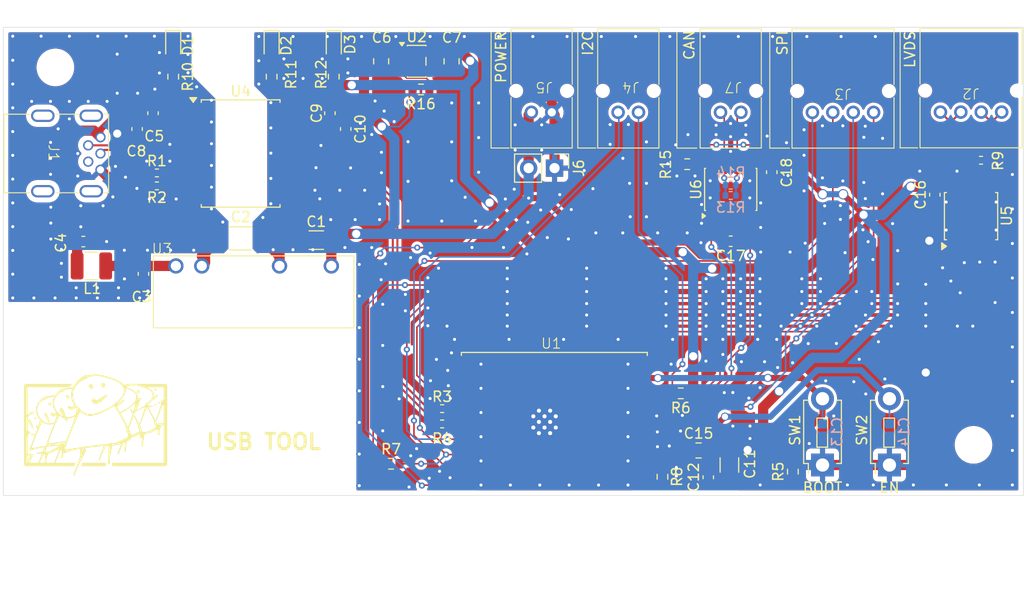
<source format=kicad_pcb>
(kicad_pcb (version 20241229) (generator "pcbnew") (generator_version "9.0")
  (layers (0 "F.Cu" signal) (2 "B.Cu" signal) (13 "F.Paste" user) (15 "B.Paste" user) (5 "F.SilkS" user "F.Silkscreen") (7 "B.SilkS" user "B.Silkscreen") (1 "F.Mask" user) (3 "B.Mask" user) (25 "Edge.Cuts" user))
  (net 0 "")
  (net 1 "GND2")
  (net 2 "+5V")
  (net 3 "GND1")
  (net 4 "Net-(U3-Vin+)")
  (net 5 "VBUS")
  (net 6 "+3.3V")
  (net 7 "Net-(U4-PDEN)")
  (net 8 "Net-(U4-PIN)")
  (net 9 "EN")
  (net 10 "UD-")
  (net 11 "Net-(U4-UD-)")
  (net 12 "Net-(U4-UD+)")
  (net 13 "UD+")
  (net 14 "DD-")
  (net 15 "/U4_DD-")
  (net 16 "DD+")
  (net 17 "/U4_DD+")
  (net 18 "BOOT")
  (net 19 "I2C_SCL")
  (net 20 "I2C_SDA")
  (net 21 "LVDS_RI-")
  (net 22 "LVDS_RI+")
  (net 24 "Net-(U2-EN)")
  (net 25 "LVDS_DO+")
  (net 26 "LVDS_DE")
  (net 27 "LVDS_RO")
  (net 30 "LVDS_DI")
  (net 31 "CAN-")
  (net 32 "LVDS_RE")
  (net 34 "LVDS_DO-")
  (net 36 "SPI_SDO")
  (net 37 "CAN_RX")
  (net 38 "CAN_TX")
  (net 39 "SPI_SS")
  (net 40 "SPI_SCK")
  (net 41 "SPI_SDI")
  (net 47 "Net-(D1-A)")
  (net 48 "Net-(D2-A)")
  (net 49 "Net-(D3-A)")
  (net 50 "CAN+")
  (net 51 "Net-(U6-STBY)")
  (footprint "Button_Switch_THT:SW_PUSH_1P1T_6x3.5mm_H4.3_APEM_MJTP1243" (layer "F.Cu") (at 157.04 93.205 90)
    (property "Reference" "SW1")
    (property "Value" "~")
  )
  (footprint "Resistor_SMD:R_0603_1608Metric" (layer "F.Cu") (at 143.145 86.18 180)
    (property "Reference" "R6")
    (property "Value" "10k")
  )
  (footprint "Capacitor_SMD:C_0603_1608Metric" (layer "F.Cu") (at 148.04 71.27 180)
    (property "Reference" "C17")
    (property "Value" "0.1uF")
  )
  (footprint "Package_TO_SOT_SMD:SOT-23-5" (layer "F.Cu") (at 117.2575 53.63)
    (property "Reference" "U2")
    (property "Value" "3.3V Regurator")
  )
  (footprint "Resistor_SMD:R_0402_1005Metric" (layer "F.Cu") (at 119.75 87.68)
    (property "Reference" "R3")
    (property "Value" "24")
  )
  (footprint "S04B-PASK-2:S04B-PASK-2" (layer "F.Cu") (at 159.05 56.29 180)
    (property "Reference" "J3")
    (property "Value" "PA Connector")
  )
  (footprint "ESP32-C3-WROOM-02-N4:ESP32-C3-WROOM-02-N4" (layer "F.Cu") (at 130.75 91.05 180)
    (property "Reference" "U1")
    (property "Value" "ESP32-C3-WROOM-02-N4")
  )
  (footprint "Resistor_SMD:R_0603_1608Metric" (layer "F.Cu") (at 143.775 63.715)
    (property "Reference" "R15")
    (property "Value" "10k")
  )
  (footprint "Package_SO:TSSOP-14_4.4x5mm_P0.65mm" (layer "F.Cu") (at 171.6 68.81 90)
    (property "Reference" "U5")
    (property "Value" "FIN1019MTCX")
  )
  (footprint "MUSB-5BF01AS:MUSB-5BF01AS" (layer "F.Cu") (at 82.985 62.6675 -90)
    (property "Reference" "J1")
    (property "Value" "USB_Mini_B")
  )
  (footprint "Resistor_SMD:R_0402_1005Metric" (layer "F.Cu") (at 119.75 89.18)
    (property "Reference" "R4")
    (property "Value" "24")
  )
  (footprint "LED_SMD:LED_0603_1608Metric" (layer "F.Cu") (at 103.0375 52.1025 -90)
    (property "Reference" "D2")
    (property "Value" "Amber LED")
  )
  (footprint "Resistor_SMD:R_0402_1005Metric" (layer "F.Cu") (at 91.79 64.5725)
    (property "Reference" "R1")
    (property "Value" "24")
  )
  (footprint "MountingHole:MountingHole_3.2mm_M3_DIN965" (layer "F.Cu") (at 81.84 54.23)
    (property "Reference" "REF**" (hide yes))
    (property "Value" "MountingHole_3.2mm_M3_DIN965" (hide yes))
  )
  (footprint "Resistor_SMD:R_0402_1005Metric" (layer "F.Cu") (at 172.575 63.33)
    (property "Reference" "R9")
    (property "Value" "100")
  )
  (footprint "Inductor_SMD:L_1210_3225Metric" (layer "F.Cu") (at 85.37 73.69)
    (property "Reference" "L1")
    (property "Value" "6.8 uH")
  )
  (footprint "LED_SMD:LED_0603_1608Metric" (layer "F.Cu") (at 109.1275 52.1025 -90)
    (property "Reference" "D3")
    (property "Value" "Orange LED")
  )
  (footprint "Capacitor_SMD:C_0603_1608Metric" (layer "F.Cu") (at 90.47 74.465 -90)
    (property "Reference" "C3")
    (property "Value" "4.7uF")
  )
  (footprint "Resistor_SMD:R_0603_1608Metric" (layer "F.Cu") (at 114.745 93.08)
    (property "Reference" "R7")
    (property "Value" "10k")
  )
  (footprint "AM3DS-0505SH30LPZ:AM3DS-0505SH30LPZ" (layer "F.Cu") (at 101.27 76.23)
    (property "Reference" "U3")
    (property "Value" "5V isolated DC/DC")
  )
  (footprint "Resistor_SMD:R_0603_1608Metric" (layer "F.Cu") (at 141.35 94.355 -90)
    (property "Reference" "R8")
    (property "Value" "10k")
  )
  (footprint "Package_SO:SOIC-8_3.9x4.9mm_P1.27mm" (layer "F.Cu") (at 148.04 66.19 90)
    (property "Reference" "U6")
    (property "Value" "CAN transceiver")
  )
  (footprint "Capacitor_SMD:C_0805_2012Metric" (layer "F.Cu") (at 144.89 91.78 180)
    (property "Reference" "C15")
    (property "Value" "1uF")
  )
  (footprint "MountingHole:MountingHole_3.2mm_M3_DIN965" (layer "F.Cu") (at 81.84 81.23)
    (property "Reference" "REF**" (hide yes))
    (property "Value" "MountingHole_3.2mm_M3_DIN965" (hide yes))
  )
  (footprint "Resistor_SMD:R_0603_1608Metric" (layer "F.Cu") (at 103.0375 55.135 -90)
    (property "Reference" "R11")
    (property "Value" "1k")
  )
  (footprint "S02B-PASK-2:S02B-PASK-2" (layer "F.Cu") (at 129.5 56.28 180)
    (property "Reference" "J5")
    (property "Value" "PA Connector")
  )
  (footprint "Capacitor_SMD:C_0603_1608Metric" (layer "F.Cu") (at 110.3 60.2675 -90)
    (property "Reference" "C10")
    (property "Value" "0.1uF")
  )
  (footprint "S04B-PASK-2:S04B-PASK-2" (layer "F.Cu") (at 171.6 56.26 180)
    (property "Reference" "J2")
    (property "Value" "PA Connector")
  )
  (footprint "Capacitor_SMD:C_1808_4520Metric" (layer "F.Cu") (at 100 70.99)
    (property "Reference" "C2")
    (property "Value" "1nF")
  )
  (footprint "Button_Switch_THT:SW_PUSH_1P1T_6x3.5mm_H4.3_APEM_MJTP1243" (layer "F.Cu") (at 163.6 93.205 90)
    (property "Reference" "SW2")
    (property "Value" "~")
  )
  (footprint "MountingHole:MountingHole_3.2mm_M3_DIN965" (layer "F.Cu") (at 171.84 91.23)
    (property "Reference" "REF**" (hide yes))
    (property "Value" "MountingHole_3.2mm_M3_DIN965" (hide yes))
  )
  (footprint "Capacitor_SMD:C_0603_1608Metric" (layer "F.Cu") (at 108.75 58.7175 -90)
    (property "Reference" "C9")
    (property "Value" "0.1uF")
  )
  (footprint "Resistor_SMD:R_0603_1608Metric" (layer "F.Cu") (at 109.1275 55.135 -90)
    (property "Reference" "R12")
    (property "Value" "1k")
  )
  (footprint "Capacitor_SMD:C_0603_1608Metric" (layer "F.Cu") (at 84.58 71.3)
    (property "Reference" "C4")
    (property "Value" "4.7uF")
  )
  (footprint "Resistor_SMD:R_0402_1005Metric" (layer "F.Cu") (at 91.79 65.8425)
    (property "Reference" "R2")
    (property "Value" "24")
  )
  (footprint "Resistor_SMD:R_0603_1608Metric" (layer "F.Cu") (at 154.13 93.855 90)
    (property "Reference" "R5")
    (property "Value" "10k")
  )
  (footprint "Resistor_SMD:R_0603_1608Metric" (layer "F.Cu") (at 117.675 56.39 180)
    (property "Reference" "R16")
    (property "Value" "10k")
  )
  (footprint "S02B-PASK-2:S02B-PASK-2" (layer "F.Cu") (at 148.04 56.28 180)
    (property "Reference" "J7")
    (property "Value" "PA Connector")
  )
  (footprint "Capacitor_SMD:C_0603_1608Metric" (layer "F.Cu") (at 89.85 60.2675 -90)
    (property "Reference" "C8")
    (property "Value" "0.1uF")
  )
  (footprint "Package_SO:SOIC-16W_7.5x10.3mm_P1.27mm" (layer "F.Cu") (at 100 62.6675)
    (property "Reference" "U4")
    (property "Value" "USB isolatar")
  )
  (footprint "Capacitor_SMD:C_1206_3216Metric" (layer "F.Cu") (at 107.415 71.16 180)
    (property "Reference" "C1")
    (property "Value" "10uF")
  )
  (footprint "Capacitor_SMD:C_0603_1608Metric" (layer "F.Cu") (at 152.065 64.5 90)
    (property "Reference" "C18")
    (property "Value" "0.1uF")
  )
  (footprint "global_footprints:icon_small_16.0x10.0" (layer "F.Cu") (at 85.588928 89.252736)
    (property "Reference" "G***" (hide yes))
    (property "Value" "LOGO" (hide yes))
  )
  (footprint "Capacitor_SMD:C_0603_1608Metric" (layer "F.Cu") (at 91.41 58.7175 -90)
    (property "Reference" "C5")
    (property "Value" "0.1uF")
  )
  (footprint "Capacitor_SMD:C_0805_2012Metric" (layer "F.Cu") (at 113.775 53.63 -90)
    (property "Reference" "C6")
    (property "Value" "1uF")
  )
  (footprint "Capacitor_SMD:C_1206_3216Metric" (layer "F.Cu") (at 147.91 93.205 90)
    (property "Reference" "C11")
    (property "Value" "10uF")
  )
  (footprint "S02B-PASK-2:S02B-PASK-2" (layer "F.Cu") (at 138 56.28 180)
    (property "Reference" "J4")
    (property "Value" "PA Connector")
  )
  (footprint "Capacitor_SMD:C_0805_2012Metric" (layer "F.Cu") (at 120.6775 53.63 -90)
    (property "Reference" "C7")
    (property "Value" "1uF")
  )
  (footprint "LED_SMD:LED_0603_1608Metric" (layer "F.Cu") (at 93.39 52.1025 -90)
    (property "Reference" "D1")
    (property "Value" "Green LED")
  )
  (footprint "Resistor_SMD:R_0603_1608Metric" (layer "F.Cu") (at 93.39 55.135 -90)
    (property "Reference" "R10")
    (property "Value" "1k")
  )
  (footprint "Capacitor_SMD:C_0603_1608Metric" (layer "F.Cu") (at 145.84 94.405 90)
    (property "Reference" "C12")
    (property "Value" "0.1uF")
  )
  (footprint "Connector_PinHeader_2.54mm:PinHeader_1x02_P2.54mm_Vertical" (layer "F.Cu") (at 130.77 64.1 -90)
    (property "Reference" "J6")
    (property "Value" "Conn_01x02_Socket" (hide yes))
  )
  (footprint "Capacitor_SMD:C_0603_1608Metric" (layer "F.Cu") (at 168.05 66.7075 -90)
    (property "Reference" "C16")
    (property "Value" "0.1uF")
  )
  (footprint "Resistor_SMD:R_0402_1005Metric" (layer "B.Cu") (at 148.04 65.77)
    (property "Reference" "R14")
    (property "Value" "100")
  )
  (footprint "Capacitor_SMD:C_0603_1608Metric" (layer "B.Cu") (at 163.6 89.955 90)
    (property "Reference" "C14")
    (property "Value" "0.1uF")
  )
  (footprint "Resistor_SMD:R_0402_1005Metric" (layer "B.Cu") (at 148.04 66.78)
    (property "Reference" "R13")
    (property "Value" "100")
  )
  (footprint "Capacitor_SMD:C_0603_1608Metric" (layer "B.Cu") (at 157.04 89.955 90)
    (property "Reference" "C13")
    (property "Value" "0.1uF")
  )
  (gr_line (start 151.87 50.82) (end 151.87 62.14) (stroke (width 0.1)) (layer "F.SilkS"))
  (gr_line (start 133.05 50.81) (end 133.05 62.13) (stroke (width 0.1)) (layer "F.SilkS"))
  (gr_line (start 142.765 50.82) (end 142.765 62.14) (stroke (width 0.1)) (layer "F.SilkS"))
  (gr_line (start 126.32 62.13) (end 124.55 62.13) (stroke (width 0.1)) (layer "F.SilkS"))
  (gr_line (start 153.82 62.14) (end 151.87 62.14) (stroke (width 0.1)) (layer "F.SilkS"))
  (gr_line (start 164.65 50.79) (end 164.65 62.11) (stroke (width 0.1)) (layer "F.SilkS"))
  (gr_line (start 124.55 50.81) (end 124.55 62.13) (stroke (width 0.1)) (layer "F.SilkS"))
  (gr_line (start 166.36 62.11) (end 164.65 62.11) (stroke (width 0.1)) (layer "F.SilkS"))
  (gr_line (start 134.82 62.13) (end 133.05 62.13) (stroke (width 0.1)) (layer "F.SilkS"))
  (gr_line (start 144.715 62.14) (end 142.765 62.14) (stroke (width 0.1)) (layer "F.SilkS"))
  (gr_rect (start 76.73 50.29) (end 176.73 96.19) (stroke (width 0.05)) (fill no) (layer "Edge.Cuts"))
  (gr_text "EN" (at 163.6 95.415 0) (layer "F.SilkS") (effects (font (size 1 1))))
  (gr_text "I2C" (at 134.62 53.17 90) (layer "F.SilkS") (effects (font (size 1 1)) (justify left bottom)))
  (gr_text "CAN" (at 144.56 53.59 90) (layer "F.SilkS") (effects (font (size 1 1)) (justify left bottom)))
  (gr_text "USB TOOL" (at 96.49 91.8 0) (layer "F.SilkS") (effects (font (size 1.5 1.5) (thickness 0.3) (bold yes)) (justify left bottom)))
  (gr_text "BOOT" (at 157.04 95.415 0) (layer "F.SilkS") (effects (font (size 1 1))))
  (gr_text "LVDS" (at 166.19 54.37 90) (layer "F.SilkS") (effects (font (size 1 1)) (justify left bottom)))
  (gr_text "SPI" (at 153.69 53.14 90) (layer "F.SilkS") (effects (font (size 1 1)) (justify left bottom)))
  (gr_text "POWER" (at 126.11 55.85 90) (layer "F.SilkS") (effects (font (size 1 1)) (justify left bottom)))
  (segment (start 117.31 51.84) (end 116.8 51.33) (width 0.16) (layer "F.Cu") (net 1))
  (segment (start 132.52 64.1) (end 130.77 64.1) (width 0.16) (layer "F.Cu") (net 1))
  (segment (start 107.7575 67.1125) (end 104.65 67.1125) (width 0.6) (layer "F.Cu") (net 1))
  (segment (start 130.77 58.9) (end 130.77 64.1) (width 1) (layer "F.Cu") (net 1))
  (segment (start 116.785 51.315) (end 113.17 51.315) (width 0.16) (layer "F.Cu") (net 1))
  (segment (start 147.405 68.665) (end 147.405 71.13) (width 0.6) (layer "F.Cu") (net 1))
  (segment (start 114.725 53.63) (end 116.12 53.63) (width 0.16) (layer "F.Cu") (net 1))
  (segment (start 123.39 57.71) (end 127.48 57.71) (width 0.6) (layer "F.Cu") (net 1))
  (segment (start 147.605 66.815) (end 148 66.42) (width 0.6) (layer "F.Cu") (net 1))
  (segment (start 166.565 70.265) (end 167.51 71.21) (width 1) (layer "F.Cu") (net 1))
  (segment (start 115.71 60.43) (end 115.71 56.515) (width 0.6) (layer "F.Cu") (net 1))
  (segment (start 104.83 71.16) (end 105.94 71.16) (width 1) (layer "F.Cu") (net 1))
  (segment (start 103.81 73.69) (end 103.81 72.725) (width 1) (layer "F.Cu") (net 1))
  (segment (start 104.65 67.1125) (end 105.94 68.4025) (width 0.16) (layer "F.Cu") (net 1))
  (segment (start 147.605 66.815) (end 146.04 66.815) (width 0.6) (layer "F.Cu") (net 1))
  (segment (start 110.12 51.315) (end 109.1275 51.315) (width 0.16) (layer "F.Cu") (net 1))
  (segment (start 168.05 68.29) (end 168.05 67.4825) (width 0.16) (layer "F.Cu") (net 1))
  (segment (start 147.405 67.015) (end 147.605 66.815) (width 0.6) (layer "F.Cu") (net 1))
  (segment (start 113.775 54.58) (end 114.725 53.63) (width 0.16) (layer "F.Cu") (net 1))
  (segment (start 140.57 64.96) (end 140.57 58.015628) (width 0.6) (layer "F.Cu") (net 1))
  (segment (start 105.94 68.4025) (end 105.94 71.16) (width 0.16) (layer "F.Cu") (net 1))
  (segment (start 130.5 54.69) (end 133.22 51.97) (width 1) (layer "F.Cu") (net 1))
  (segment (start 116.8 51.33) (end 116.785 51.315) (width 0.16) (layer "F.Cu") (net 1))
  (segment (start 147.08 91.73) (end 145.84 92.97) (width 1) (layer "F.Cu") (net 1))
  (segment (start 173.55 71.6725) (end 173.55 69.35) (width 0.16) (layer "F.Cu") (net 1))
  (segment (start 127.48 57.71) (end 130.5 54.69) (width 0.6) (layer "F.Cu") (net 1))
  (segment (start 115.71 60.43) (end 115.71 59.48) (width 0.6) (layer "F.Cu") (net 1))
  (segment (start 112.4475 61.64) (end 114.5 61.64) (width 0.6) (layer "F.Cu") (net 1))
  (segment (start 151.05 66.42) (end 152.065 65.405) (width 0.6) (layer "F.Cu") (net 1))
  (segment (start 119.7275 53.63) (end 117.03 53.63) (width 0.16) (layer "F.Cu") (net 1))
  (segment (start 116.12 53.63) (end 117.03 53.63) (width 0.16) (layer "F.Cu") (net 1))
  (segment (start 167.51 71.21) (end 167.51 71.22) (width 1) (layer "F.Cu") (net 1))
  (segment (start 163.6 93.205) (end 165.795 93.205) (width 1) (layer "F.Cu") (net 1))
  (segment (start 139.295 83.18) (end 137.005 80.89) (width 0.16) (layer "F.Cu") (net 1))
  (segment (start 140.57 58.015628) (end 134.524372 51.97) (width 0.6) (layer "F.Cu") (net 1))
  (segment (start 115.71 56.515) (end 113.775 54.58) (width 0.6) (layer "F.Cu") (net 1))
  (segment (start 173.55 69.35) (end 172.94 68.74) (width 0.16) (layer "F.Cu") (net 1))
  (segment (start 165.39 53.62) (end 165.39 59.5) (width 1) (layer "F.Cu") (net 1))
  (segment (start 103.1875 72.1025) (end 102.075 70.99) (width 1) (layer "F.Cu") (net 1))
  (segment (start 167.16 91.84) (end 167.16 84.14) (width 1) (layer "F.Cu") (net 1))
  (segment (start 157.04 93.205) (end 163.6 93.205) (width 1) (layer "F.Cu") (net 1))
  (segment (start 117.03 53.63) (end 117.31 53.35) (width 0.16) (layer "F.Cu") (net 1))
  (segment (start 145.84 91.78) (end 147.86 91.78) (width 1) (layer "F.Cu") (net 1))
  (segment (start 120.8 57.71) (end 123.39 57.71) (width 0.6) (layer "F.Cu") (net 1))
  (segment (start 168.5 68.74) (end 168.05 68.29) (width 0.16) (layer "F.Cu") (net 1))
  (segment (start 103.81 72.725) (end 103.1875 72.1025) (width 1) (layer "F.Cu") (net 1))
  (segment (start 112.4475 62.4125) (end 110.78 64.08) (width 0.6) (layer "F.Cu") (net 1))
  (segment (start 113.17 51.315) (end 110.12 51.315) (width 0.16) (layer "F.Cu") (net 1))
  (segment (start 110.3 59.4925) (end 104.65 59.4925) (width 0.6) (layer "F.Cu") (net 1))
  (segment (start 164.1 60.79) (end 164.1 67.8) (width 1) (layer "F.Cu") (net 1))
  (segment (start 134.535 66.115) (end 132.52 64.1) (width 0.16) (layer "F.Cu") (net 1))
  (segment (start 115.71 59.48) (end 117.48 57.71) (width 0.6) (layer "F.Cu") (net 1))
  (segment (start 142.425 66.815) (end 140.57 64.96) (width 0.6) (layer "F.Cu") (net 1))
  (segment (start 152.065 65.405) (end 152.065 65.275) (width 0.6) (layer "F.Cu") (net 1))
  (segment (start 147.86 91.78) (end 147.91 91.73) (width 1) (layer "F.Cu") (net 1))
  (segment (start 165.39 59.5) (end 164.1 60.79) (width 1) (layer "F.Cu") (net 1))
  (segment (start 104.61 51.315) (end 106.93 51.315) (width 1) (layer "F.Cu") (net 1))
  (segment (start 149.7 91.73) (end 147.91 91.73) (width 1) (layer "F.Cu") (net 1))
  (segment (start 147.91 91.73) (end 147.08 91.73) (width 1) (layer "F.Cu") (net 1))
  (segment (start 165.795 93.205) (end 167.16 91.84) (width 1) (layer "F.Cu") (net 1))
  (segment (start 145.84 92.97) (end 145.84 93.63) (width 1) (layer "F.Cu") (net 1))
  (segment (start 163.74 51.97) (end 165.39 53.62) (width 1) (layer "F.Cu") (net 1))
  (segment (start 106.93 51.315) (end 109.1275 51.315) (width 1) (layer "F.Cu") (net 1))
  (segment (start 117.48 57.71) (end 120.8 57.71) (width 0.6) (layer "F.Cu") (net 1))
  (segment (start 130.5 58.63) (end 130.5 54.69) (width 1) (layer "F.Cu") (net 1))
  (segment (start 130.5 58.63) (end 130.77 58.9) (width 1) (layer "F.Cu") (net 1))
  (segment (start 139.5 83.18) (end 139.295 83.18) (width 0.16) (layer "F.Cu") (net 1))
  (segment (start 168.05 70.68) (end 168.05 67.4825) (width 1) (layer "F.Cu") (net 1))
  (segment (start 167.51 71.22) (end 168.05 70.68) (width 1) (layer "F.Cu") (net 1))
  (segment (start 147.405 71.13) (end 147.265 71.27) (width 0.6) (layer "F.Cu") (net 1))
  (segment (start 148 66.42) (end 151.05 66.42) (width 0.6) (layer "F.Cu") (net 1))
  (segment (start 172.94 68.74) (end 168.5 68.74) (width 0.16) (layer "F.Cu") (net 1))
  (segment (start 133.22 51.97) (end 134.524372 51.97) (width 1) (layer "F.Cu") (net 1))
  (segment (start 103.0375 51.315) (end 104.61 51.315) (width 1) (layer "F.Cu") (net 1))
  (segment (start 103.81 73.69) (end 103.81 72.18) (width 1) (layer "F.Cu") (net 1))
  (segment (start 117.31 53.35) (end 117.31 51.84) (width 0.16) (layer "F.Cu") (net 1))
  (segment (start 147.405 68.665) (end 147.405 67.015) (width 0.6) (layer "F.Cu") (net 1))
  (segment (start 120.6775 54.58) (end 119.7275 53.63) (width 0.16) (layer "F.Cu") (net 1))
  (segment (start 164.1 67.8) (end 166.565 70.265) (width 1) (layer "F.Cu") (net 1))
  (segment (start 146.04 66.815) (end 142.425 66.815) (width 0.6) (layer "F.Cu") (net 1))
  (segment (start 112.4475 61.64) (end 112.4475 62.4125) (width 0.6) (layer "F.Cu") (net 1))
  (segment (start 145.84 93.63) (end 145.84 91.78) (width 1) (layer "F.Cu") (net 1))
  (segment (start 103.81 72.18) (end 104.83 71.16) (width 1) (layer "F.Cu") (net 1))
  (segment (start 110.3 59.4925) (end 112.4475 61.64) (width 0.6) (layer "F.Cu") (net 1))
  (segment (start 134.524372 51.97) (end 163.74 51.97) (width 1) (layer "F.Cu") (net 1))
  (segment (start 114.5 61.64) (end 115.71 60.43) (width 0.6) (layer "F.Cu") (net 1))
  (via (at 142.2 83.32) (size 0.6) (drill 0.3) (layers "F.Cu" "B.Cu") (net 1))
  (via (at 142.35 80.89) (size 0.6) (drill 0.3) (layers "F.Cu" "B.Cu") (net 1))
  (via (at 108.495455 51.2) (size 0.6) (drill 0.3) (layers "F.Cu" "B.Cu") (net 1))
  (via (at 137.47 63.14) (size 0.6) (drill 0.3) (layers "F.Cu" "B.Cu") (net 1))
  (via (at 125.95 67.13) (size 0.6) (drill 0.3) (layers "F.Cu" "B.Cu") (net 1))
  (via (at 111.63 82.835714) (size 0.6) (drill 0.3) (layers "F.Cu" "B.Cu") (net 1))
  (via (at 145.430455 51.2) (size 0.6) (drill 0.3) (layers "F.Cu" "B.Cu") (net 1))
  (via (at 126.133333 77.38) (size 0.6) (drill 0.3) (layers "F.Cu" "B.Cu") (net 1))
  (via (at 149.01 79.59) (size 0.6) (drill 0.3) (layers "F.Cu" "B.Cu") (net 1))
  (via (at 120.97 80.89) (size 0.6) (drill 0.3) (layers "F.Cu" "B.Cu") (net 1))
  (via (at 108 53.39) (size 0.6) (drill 0.3) (layers "F.Cu" "B.Cu") (net 1))
  (via (at 167.51 71.22) (size 1) (drill 0.8) (layers "F.Cu" "B.Cu") (net 1))
  (via (at 128.06 72.51) (size 0.6) (drill 0.3) (layers "F.Cu" "B.Cu") (net 1))
  (via (at 105.12875 72.1) (size 0.6) (drill 0.3) (layers "F.Cu" "B.Cu") (net 1))
  (via (at 162.52 81.12) (size 0.6) (drill 0.3) (layers "F.Cu" "B.Cu") (net 1))
  (via (at 133.916667 79.59) (size 0.6) (drill 0.3) (layers "F.Cu" "B.Cu") (net 1))
  (via (at 116.41 69.29) (size 0.6) (drill 0.3) (layers "F.Cu" "B.Cu") (net 1))
  (via (at 126.133333 76.2) (size 0.6) (drill 0.3) (layers "F.Cu" "B.Cu") (net 1))
  (via (at 175.65 88.396923) (size 0.6) (drill 0.3) (layers "F.Cu" "B.Cu") (net 1))
  (via (at 113.62 67.61) (size 0.6) (drill 0.3) (layers "F.Cu" "B.Cu") (net 1))
  (via (at 129.51 62.33) (size 0.6) (drill 0.3) (layers "F.Cu" "B.Cu") (net 1))
  (via (at 123.56 83.32) (size 0.6) (drill 0.3) (layers "F.Cu" "B.Cu") (net 1))
  (via (at 146.03 67.02) (size 0.6) (drill 0.3) (layers "F.Cu" "B.Cu") (net 1))
  (via (at 148.25 86.1) (size 0.6) (drill 0.3) (layers "F.Cu" "B.Cu") (net 1))
  (via (at 102.18 68.94) (size 0.6) (drill 0.3) (layers "F.Cu" "B.Cu") (net 1))
  (via (at 148.25 89.39) (size 0.6) (drill 0.3) (layers "F.Cu" "B.Cu") (net 1))
  (via (at 154.87 79.59) (size 0.6) (drill 0.3) (layers "F.Cu" "B.Cu") (net 1))
  (via (at 112.16 66.27) (size 0.6) (drill 0.3) (layers "F.Cu" "B.Cu") (net 1))
  (via (at 161.09 65.51) (size 0.6) (drill 0.3) (layers "F.Cu" "B.Cu") (net 1))
  (via (at 107.28 66.27) (size 0.6) (drill 0.3) (layers "F.Cu" "B.Cu") (net 1))
  (via (at 164.41 72.19) (size 0.6) (drill 0.3) (layers "F.Cu" "B.Cu") (net 1))
  (via (at 149.01 74.95) (size 0.6) (drill 0.3) (layers "F.Cu" "B.Cu") (net 1))
  (via (at 108.83 69.15) (size 0.6) (drill 0.3) (layers "F.Cu" "B.Cu") (net 1))
  (via (at 147.27 79.59) (size 0.6) (drill 0.3) (layers "F.Cu" "B.Cu") (net 1))
  (via (at 116.15 78.09) (size 0.6) (drill 0.3) (layers "F.Cu" "B.Cu") (net 1))
  (via (at 128.15 69.41) (size 0.6) (drill 0.3) (layers "F.Cu" "B.Cu") (net 1))
  (via (at 110.22 71.89) (size 0.6) (drill 0.3) (layers "F.Cu" "B.Cu") (net 1))
  (via (at 135.088 95.17) (size 0.6) (drill 0.3) (layers "F.Cu" "B.Cu") (net 1))
  (via (at 116.67 92.3) (size 0.6) (drill 0.3) (layers "F.Cu" "B.Cu") (net 1))
  (via (at 148.788182 51.2) (size 0.6) (drill 0.3) (layers "F.Cu" "B.Cu") (net 1))
  (via (at 129.324 95.17) (size 0.6) (drill 0.3) (layers "F.Cu" "B.Cu") (net 1))
  (via (at 149.52 60.82) (size 0.6) (drill 0.3) (layers "F.Cu" "B.Cu") (net 1))
  (via (at 103.1875 72.1) (size 0.6) (drill 0.3) (layers "F.Cu" "B.Cu") (net 1))
  (via (at 161.23 59.99) (size 0.6) (drill 0.3) (layers "F.Cu" "B.Cu") (net 1))
  (via (at 149.93 89.39) (size 0.6) (drill 0.3) (layers "F.Cu" "B.Cu") (net 1))
  (via (at 162.219091 51.2) (size 0.6) (drill 0.3) (layers "F.Cu" "B.Cu") (net 1))
  (via (at 147.27 76.2) (size 0.6) (drill 0.3) (layers "F.Cu" "B.Cu") (net 1))
  (via (at 145.63 77.38) (size 0.6) (drill 0.3) (layers "F.Cu" "B.Cu") (net 1))
  (via (at 111.63 76.638571) (size 0.6) (drill 0.3) (layers "F.Cu" "B.Cu") (net 1))
  (via (at 153.86 72.33) (size 0.6) (drill 0.3) (layers "F.Cu" "B.Cu") (net 1))
  (via (at 155.01 76.2) (size 0.6) (drill 0.3) (layers "F.Cu" "B.Cu") (net 1))
  (via (at 123.33 64.51) (size 0.6) (drill 0.3) (layers "F.Cu" "B.Cu") (net 1))
  (via (at 170.94 73.37) (size 0.6) (drill 0.3) (layers "F.Cu" "B.Cu") (net 1))
  (via (at 147.41 86.11) (size 0.6) (drill 0.3) (layers "F.Cu" "B.Cu") (net 1))
  (via (at 169.16 70.17) (size 0.6) (drill 0.3) (layers "F.Cu" "B.Cu") (net 1))
  (via (at 175.65 91.778462) (size 0.6) (drill 0.3) (layers "F.Cu" "B.Cu") (net 1))
  (via (at 150.98 69.92) (size 0.6) (drill 0.3) (layers "F.Cu" "B.Cu") (net 1))
  (via (at 143.78 70.45) (size 0.6) (drill 0.3) (layers "F.Cu" "B.Cu") (net 1))
  (via (at 159.25 72.39) (size 0.6) (drill 0.3) (layers "F.Cu" "B.Cu") (net 1))
  (via (at 118.61 84.94) (size 0.6) (drill 0.3) (layers "F.Cu" "B.Cu") (net 1))
  (via (at 166.57 64.4) (size 0.6) (drill 0.3) (layers "F.Cu" "B.Cu") (net 1))
  (via (at 142.76 64.87) (size 0.6) (drill 0.3) (layers "F.Cu" "B.Cu") (net 1))
  (via (at 113.18 57.52) (size 0.6) (drill 0.3) (layers "F.Cu" "B.Cu") (net 1))
  (via (at 149.82 86.65) (size 0.6) (drill 0.3) (layers "F.Cu" "B.Cu") (net 1))
  (via (at 120.36 85.43) (size 0.6) (drill 0.3) (layers "F.Cu" "B.Cu") (net 1))
  (via (at 150.91 76.2) (size 0.6) (drill 0.3) (layers "F.Cu" "B.Cu") (net 1))
  (via (at 101.78 53.575) (size 0.6) (drill 0.3) (layers "F.Cu" "B.Cu") (net 1))
  (via (at 120.69 61.525) (size 0.6) (drill 0.3) (layers "F.Cu" "B.Cu") (net 1))
  (via (at 111.63 92.131429) (size 0.6) (drill 0.3) (layers "F.Cu" "B.Cu") (net 1))
  (via (at 164.41 75.45) (size 0.6) (drill 0.3) (layers "F.Cu" "B.Cu") (net 1))
  (via (at 149.52 59.9) (size 0.6) (drill 0.3) (layers "F.Cu" "B.Cu") (net 1))
  (via (at 113.93 85.52) (size 0.6) (drill 0.3) (layers "F.Cu" "B.Cu") (net 1))
  (via (at 142.072727 51.2) (size 0.6) (drill 0.3) (layers "F.Cu" "B.Cu") (net 1))
  (via (at 152.64 83.65) (size 0.6) (drill 0.3) (layers "F.Cu" "B.Cu") (net 1))
  (via (at 132.13 71.05) (size 0.6) (drill 0.3) (layers "F.Cu" "B.Cu") (net 1))
  (via (at 175.65 85.015385) (size 0.6) (drill 0.3) (layers "F.Cu" "B.Cu") (net 1))
  (via (at 113.93 81.485) (size 0.6) (drill 0.3) (layers "F.Cu" "B.Cu") (net 1))
  (via (at 149.91 65.34) (size 0.6) (drill 0.3) (layers "F.Cu" "B.Cu") (net 1))
  (via (at 137.97 90.43) (size 0.6) (drill 0.3) (layers "F.Cu" "B.Cu") (net 1))
  (via (at 174.06 67.43) (size 0.6) (drill 0.3) (layers "F.Cu" "B.Cu") (net 1))
  (via (at 163.91 69.54) (size 0.6) (drill 0.3) (layers "F.Cu" "B.Cu") (net 1))
  (via (at 169.62 75.17) (size 0.6) (drill 0.3) (layers "F.Cu" "B.Cu") (net 1))
  (via (at 145.18 69.51) (size 0.6) (drill 0.3) (layers "F.Cu" "B.Cu") (net 1))
  (via (at 119.19 82.85) (size 0.6) (drill 0.3) (layers "F.Cu" "B.Cu") (net 1))
  (via (at 116.66 72.87) (size 0.6) (drill 0.3) (layers "F.Cu" "B.Cu") (net 1))
  (via (at 123.33 61.11) (size 0.6) (drill 0.3) (layers "F.Cu" "B.Cu") (net 1))
  (via (at 110.78 64.08) (size 0.6) (drill 0.3) (layers "F.Cu" "B.Cu") (net 1))
  (via (at 157.64 78.5) (size 0.6) (drill 0.3) (layers "F.Cu" "B.Cu") (net 1))
  (via (at 167.16 75.49) (size 0.6) (drill 0.3) (layers "F.Cu" "B.Cu") (net 1))
  (via (at 149.93 90.61) (size 0.6) (drill 0.3) (layers "F.Cu" "B.Cu") (net 1))
  (via (at 140.88 70.45) (size 0.6) (drill 0.3) (layers "F.Cu" "B.Cu") (net 1))
  (via (at 142.71 94.29) (size 0.6) (drill 0.3) (layers "F.Cu" "B.Cu") (net 1))
  (via (at 141.7 74.95) (size 0.6) (drill 0.3) (layers "F.Cu" "B.Cu") (net 1))
  (via (at 104.24 53.39) (size 0.6) (drill 0.3) (layers "F.Cu" "B.Cu") (net 1))
  (via (at 159.03 65.36) (size 0.6) (drill 0.3) (layers "F.Cu" "B.Cu") (net 1))
  (via (at 159.48 95.16) (size 0.6) (drill 0.3) (layers "F.Cu" "B.Cu") (net 1))
  (via (at 112.85 71.89) (size 0.6) (drill 0.3) (layers "F.Cu" "B.Cu") (net 1))
  (via (at 149.7 91.73) (size 1) (drill 0.8) (layers "F.Cu" "B.Cu") (net 1))
  (via (at 161.87 77.38) (size 0.6) (drill 0.3) (layers "F.Cu" "B.Cu") (net 1))
  (via (at 170.26 79.59) (size 0.6) (drill 0.3) (layers "F.Cu" "B.Cu") (net 1))
  (via (at 141.7 73.91) (size 0.6) (drill 0.3) (layers "F.Cu" "B.Cu") (net 1))
  (via (at 148.03 61.02) (size 0.6) (drill 0.3) (layers "F.Cu" "B.Cu") (net 1))
  (via (at 169.182 95.16) (size 0.6) (drill 0.3) (layers "F.Cu" "B.Cu") (net 1))
  (via (at 141.7 78.5) (size 0.6) (drill 0.3) (layers "F.Cu" "B.Cu") (net 1))
  (via (at 141.7 79.59) (size 0.6) (drill 0.3) (layers "F.Cu" "B.Cu") (net 1))
  (via (at 147.27 78.5) (size 0.6) (drill 0.3) (layers "F.Cu" "B.Cu") (net 1))
  (via (at 108 55.31) (size 0.6) (drill 0.3) (layers "F.Cu" "B.Cu") (net 1))
  (via (at 158.72 77.38) (size 0.6) (drill 0.3) (layers "F.Cu" "B.Cu") (net 1))
  (via (at 111.225 69.15) (size 0.6) (drill 0.3) (layers "F.Cu" "B.Cu") (net 1))
  (via (at 170.22 64.4) (size 0.6) (drill 0.3) (layers "F.Cu" "B.Cu") (net 1))
  (via (at 163.78 79.59) (size 0.6) (drill 0.3) (layers "F.Cu" "B.Cu") (net 1))
  (via (at 161.28 86.24) (size 0.6) (drill 0.3) (layers "F.Cu" "B.Cu") (net 1))
  (via (at 146.61 60.82) (size 0.6) (drill 0.3) (layers "F.Cu" "B.Cu") (net 1))
  (via (at 175.65 81.633846) (size 0.6) (drill 0.3) (layers "F.Cu" "B.Cu") (net 1))
  (via (at 160.11 85.04) (size 0.6) (drill 0.3) (layers "F.Cu" "B.Cu") (net 1))
  (via (at 136.22 61.77) (size 0.6) (drill 0.3) (layers "F.Cu" "B.Cu") (net 1))
  (via (at 150.98 72.33) (size 0.6) (drill 0.3) (layers "F.Cu" "B.Cu") (net 1))
  (via (at 138.13 65.59) (size 0.6) (drill 0.3) (layers "F.Cu" "B.Cu") (net 1))
  (via (at 137.97 85.69) (size 0.6) (drill 0.3) (layers "F.Cu" "B.Cu") (net 1))
  (via (at 143.85 60.82) (size 0.6) (drill 0.3) (layers "F.Cu" "B.Cu") (net 1))
  (via (at 149.01 76.2) (size 0.6) (drill 0.3) (layers "F.Cu" "B.Cu") (net 1))
  (via (at 115.210909 51.2) (size 0.6) (drill 0.3) (layers "F.Cu" "B.Cu") (net 1))
  (via (at 160.33 79.59) (size 0.6) (drill 0.3) (layers "F.Cu" "B.Cu") (net 1))
  (via (at 150.92 85.62) (size 0.6) (drill 0.3) (layers "F.Cu" "B.Cu") (net 1))
  (via (at 164.4 77.38) (size 0.6) (drill 0.3) (layers "F.Cu" "B.Cu") (net 1))
  (via (at 175.65 71.489231) (size 0.6) (drill 0.3) (layers "F.Cu" "B.Cu") (net 1))
  (via (at 158.861364 51.2) (size 0.6) (drill 0.3) (layers "F.Cu" "B.Cu") (net 1))
  (via (at 133.916667 76.2) (size 0.6) (drill 0.3) (layers "F.Cu" "B.Cu") (net 1))
  (via (at 162.93 61.18) (size 0.6) (drill 0.3) (layers "F.Cu" "B.Cu") (net 1))
  (via (at 161.25 78.5) (size 0.6) (drill 0.3) (layers "F.Cu" "B.Cu") (net 1))
  (via (at 153.51 61.61) (size 0.6) (drill 0.3) (layers "F.Cu" "B.Cu") (net 1))
  (via (at 154.05 78.5) (size 0.6) (drill 0.3) (layers "F.Cu" "B.Cu") (net 1))
  (via (at 113.62 69.15) (size 0.6) (drill 0.3) (layers "F.Cu" "B.Cu") (net 1))
  (via (at 160.64 82.84) (size 0.6) (drill 0.3) (layers "F.Cu" "B.Cu") (net 1))
  (via (at 111.63 85.934286) (size 0.6) (drill 0.3) (layers "F.Cu" "B.Cu") (net 1))
  (via (at 133.68 64.34) (size 0.6) (drill 0.3) (layers "F.Cu" "B.Cu") (net 1))
  (via (at 150.69 80.89) (size 0.6) (drill 0.3) (layers "F.Cu" "B.Cu") (net 1))
  (via (at 140.78 88.39) (size 0.6) (drill 0.3) (layers "F.Cu" "B.Cu") (net 1))
  (via (at 163.15 84.77) (size 0.6) (drill 0.3) (layers "F.Cu" "B.Cu") (net 1))
  (via (at 161.09 61.08) (size 0.6) (drill 0.3) (layers "F.Cu" "B.Cu") (net 1))
  (via (at 151.61 60.96) (size 0.6) (drill 0.3) (layers "F.Cu" "B.Cu") (net 1))
  (via (at 118.35 74.85) (size 0.6) (drill 0.3) (layers "F.Cu" "B.Cu") (net 1))
  (via (at 164.4 78.5) (size 0.6) (drill 0.3) (layers "F.Cu" "B.Cu") (net 1))
  (via (at 113.77 75.04) (size 0.6) (drill 0.3) (layers "F.Cu" "B.Cu") (net 1))
  (via (at 128.641818 51.2) (size 0.6) (drill 0.3) (layers "F.Cu" "B.Cu") (net 1))
  (via (at 146.03 65.34) (size 0.6) (drill 0.3) (layers "F.Cu" "B.Cu") (net 1))
  (via (at 120.69 65.34) (size 0.6) (drill 0.3) (layers "F.Cu" "B.Cu") (net 1))
  (via (at 133.916667 74.95) (size 0.6) (drill 0.3) (layers "F.Cu" "B.Cu") (net 1))
  (via (at 126.133333 78.5) (size 0.6) (drill 0.3) (layers "F.Cu" "B.Cu") (net 1))
  (via (at 140.86 91.41) (size 0.6) (drill 0.3) (layers "F.Cu" "B.Cu") (net 1))
  (via (at 137.97 88.06) (size 0.6) (drill 0.3) (layers "F.Cu" "B.Cu") (net 1))
  (via (at 167.16 78.5) (size 0.6) (drill 0.3) (layers "F.Cu" "B.Cu") (net 1))
  (via (at 147.27 82.37) (size 0.6) (drill 0.3) (layers "F.Cu" "B.Cu") (net 1))
  (via (at 172.45 73.31) (size 0.6) (drill 0.3) (layers "F.Cu" "B.Cu") (net 1))
  (via (at 156.84 77.38) (size 0.6) (drill 0.3) (layers "F.Cu" "B.Cu") (net 1))
  (via (at 139.78 61.53) (size 0.6) (drill 0.3) (layers "F.Cu" "B.Cu") (net 1))
  (via (at 150.98 67.51) (size 0.6) (drill 0.3) (layers "F.Cu" "B.Cu") (net 1))
  (via (at 134.82 70.45) (size 0.6) (drill 0.3) (layers "F.Cu" "B.Cu") (net 1))
  (via (at 145.18 67.67) (size 0.6) (drill 0.3) (layers "F.Cu" "B.Cu") (net 1))
  (via (at 139.78 65.59) (size 0.6) (drill 0.3) (layers "F.Cu" "B.Cu") (net 1))
  (via (at 145.61 83.02) (size 0.6) (drill 0.3) (layers "F.Cu" "B.Cu") (net 1))
  (via (at 101.78 51.2) (size 0.6) (drill 0.3) (layers "F.Cu" "B.Cu") (net 1))
  (via (at 139.78 68.87) (size 0.6) (drill 0.3) (layers "F.Cu" "B.Cu") (net 1))
  (via (at 113.8 64.55) (size 0.6) (drill 0.3) (layers "F.Cu" "B.Cu") (net 1))
  (via (at 123.33 57.71) (size 0.6) (drill 0.3) (layers "F.Cu" "B.Cu") (net 1))
  (via (at 145.63 76.2) (size 0.6) (drill 0.3) (layers "F.Cu" "B.Cu") (net 1))
  (via (at 142.65 61.82) (size 0.6) (drill 0.3) (layers "F.Cu" "B.Cu") (net 1))
  (via (at 148.03 62.46) (size 0.6) (drill 0.3) (layers "F.Cu" "B.Cu") (net 1))
  (via (at 147.27 74.95) (size 0.6) (drill 0.3) (layers "F.Cu" "B.Cu") (net 1))
  (via (at 152.55 80.89) (size 0.6) (drill 0.3) (layers "F.Cu" "B.Cu") (net 1))
  (via (at 121.926364 51.2) (size 0.6) (drill 0.3) (layers "F.Cu" "B.Cu") (net 1))
  (via (at 141.7 77.38) (size 0.6) (drill 0.3) (layers "F.Cu" "B.Cu") (net 1))
  (via (at 113.8 62.55) (size 0.6) (drill 0.3) (layers "F.Cu" "B.Cu") (net 1))
  (via (at 161.87 76.2) (size 0.6) (drill 0.3) (layers "F.Cu" "B.Cu") (net 1))
  (via (at 117.25 91.6) (size 0.6) (drill 0.3) (layers "F.Cu" "B.Cu") (net 1))
  (via (at 107.07 72.1) (size 0.6) (drill 0.3) (layers "F.Cu" "B.Cu") (net 1))
  (via (at 170.54 76.32) (size 0.6) (drill 0.3) (layers "F.Cu" "B.Cu") (net 1))
  (via (at 175.65 64.726154) (size 0.6) (drill 0.3) (layers "F.Cu" "B.Cu") (net 1))
  (via (at 145.12 71.41) (size 0.6) (drill 0.3) (layers "F.Cu" "B.Cu") (net 1))
  (via (at 145.63 79.59) (size 0.6) (drill 0.3) (layers "F.Cu" "B.Cu") (net 1))
  (via (at 149.01 77.38) (size 0.6) (drill 0.3) (layers "F.Cu" "B.Cu") (net 1))
  (via (at 173.96 77.28) (size 0.6) (drill 0.3) (layers "F.Cu" "B.Cu") (net 1))
  (via (at 118.35 77.81) (size 0.6) (drill 0.3) (layers "F.Cu" "B.Cu") (net 1))
  (via (at 159.03 59.95) (size 0.6) (drill 0.3) (layers "F.Cu" "B.Cu") (net 1))
  (via (at 137.97 92.8) (size 0.6) (drill 0.3) (layers "F.Cu" "B.Cu") (net 1))
  (via (at 158.79 67.77) (size 0.6) (drill 0.3) (layers "F.Cu" "B.Cu") (net 1))
  (via (at 162.93 66.62) (size 0.6) (drill 0.3) (layers "F.Cu" "B.Cu") (net 1))
  (via (at 141.87 63.67) (size 0.6) (drill 0.3) (layers "F.Cu" "B.Cu") (net 1))
  (via (at 156.48 79.59) (size 0.6) (drill 0.3) (layers "F.Cu" "B.Cu") (net 1))
  (via (at 120.23 79.59) (size 0.6) (drill 0.3) (layers "F.Cu" "B.Cu") (net 1))
  (via (at 126.91 62.33) (size 0.6) (drill 0.3) (layers "F.Cu" "B.Cu") (net 1))
  (via (at 132.41 68.16) (size 0.6) (drill 0.3) (layers "F.Cu" "B.Cu") (net 1))
  (via (at 126.315 80.89) (size 0.6) (drill 0.3) (layers "F.Cu" "B.Cu") (net 1))
  (via (at 106.12 55.31) (size 0.6) (drill 0.3) (layers "F.Cu" "B.Cu") (net 1))
  (via (at 119.4 73.91) (size 0.6) (drill 0.3) (layers "F.Cu" "B.Cu") (net 1))
  (via (at 119.5 93.82) (size 0.6) (drill 0.3) (layers "F.Cu" "B.Cu") (net 1))
  (via (at 123.56 90.43) (size 0.6) (drill 0.3) (layers "F.Cu" "B.Cu") (net 1))
  (via (at 118.57 86.69) (size 0.6) (drill 0.3) (layers "F.Cu" "B.Cu") (net 1))
  (via (at 107.39 64.06) (size 0.6) (drill 0.3) (layers "F.Cu" "B.Cu") (net 1))
  (via (at 137.46 70.45) (size 0.6) (drill 0.3) (layers "F.Cu" "B.Cu") (net 1))
  (via (at 149.91 67.02) (size 0.6) (drill 0.3) (layers "F.Cu" "B.Cu") (net 1))
  (via (at 155.74 91.1) (size 0.6) (drill 0.3) (layers "F.Cu" "B.Cu") (net 1))
  (via (at 138.01 59.83) (size 0.6) (drill 0.3) (layers "F.Cu" "B.Cu") (net 1))
  (via (at 126.82 66.17) (size 0.6) (drill 0.3) (layers "F.Cu" "B.Cu") (net 1))
  (via (at 161.24 67.09) (size 0.6) (drill 0.3) (layers "F.Cu" "B.Cu") (net 1))
  (via (at 120.67 82.21) (size 0.6) (drill 0.3) (layers "F.Cu" "B.Cu") (net 1))
  (via (at 114.07 58.51) (size 0.6) (drill 0.3) (layers "F.Cu" "B.Cu") (net 1))
  (via (at 123.56 88.06) (size 0.6) (drill 0.3) (layers "F.Cu" "B.Cu") (net 1))
  (via (at 145.61 80.89) (size 0.6) (drill 0.3) (layers "F.Cu" "B.Cu") (net 1))
  (via (at 161.98 73.06) (size 0.6) (drill 0.3) (layers "F.Cu" "B.Cu") (net 1))
  (via (at 116.41 65.4) (size 0.6) (drill 0.3) (layers "F.Cu" "B.Cu") (net 1))
  (via (at 146.61 59.9) (size 0.6) (drill 0.3) (layers "F.Cu" "B.Cu") (net 1))
  (via (at 101.78 55.86) (size 0.6) (drill 0.3) (layers "F.Cu" "B.Cu") (net 1))
  (via (at 116.41 61.51) (size 0.6) (drill 0.3) (layers "F.Cu" "B.Cu") (net 1))
  (via (at 110.51 53.39) (size 0.6) (drill 0.3) (layers "F.Cu" "B.Cu") (net 1))
  (via (at 156 78.5) (size 0.6) (drill 0.3) (layers "F.Cu" "B.Cu") (net 1))
  (via (at 122.01 66.96) (size 0.6) (drill 0.3) (layers "F.Cu" "B.Cu") (net 1))
  (via (at 113.93 89.85) (size 0.6) (drill 0.3) (layers "F.Cu" "B.Cu") (net 1))
  (via (at 133.916667 78.5) (size 0.6) (drill 0.3) (layers "F.Cu" "B.Cu") (net 1))
  (via (at 143.12 89.87) (size 0.6) (drill 0.3) (layers "F.Cu" "B.Cu") (net 1))
  (via (at 174.15 63.76) (size 0.6) (drill 0.3) (layers "F.Cu" "B.Cu") (net 1))
  (via (at 104.24 55.31) (size 0.6) (drill 0.3) (layers "F.Cu" "B.Cu") (net 1))
  (via (at 115.54 86.72) (size 0.6) (drill 0.3) (layers "F.Cu" "B.Cu") (net 1))
  (via (at 149.09 83.08) (size 0.6) (drill 0.3) (layers "F.Cu" "B.Cu") (net 1))
  (via (at 107.7575 67.1125) (size 0.6) (drill 0.3) (layers "F.Cu" "B.Cu") (net 1))
  (via (at 167.16 79.59) (size 0.6) (drill 0.3) (layers "F.Cu" "B.Cu") (net 1))
  (via (at 118.49 94.5) (size 0.6) (drill 0.3) (layers "F.Cu" "B.Cu") (net 1))
  (via (at 137.97 95.17) (size 0.6) (drill 0.3) (layers "F.Cu" "B.Cu") (net 1))
  (via (at 151.36 83.08) (size 0.6) (drill 0.3) (layers "F.Cu" "B.Cu") (net 1))
  (via (at 130.06 70.91) (size 0.6) (drill 0.3) (layers "F.Cu" "B.Cu") (net 1))
  (via (at 169.16 67.43) (size 0.6) (drill 0.3) (layers "F.Cu" "B.Cu") (net 1))
  (via (at 111.63 95.23) (size 0.6) (drill 0.3) (layers "F.Cu" "B.Cu") (net 1))
  (via (at 167.16 77.38) (size 0.6) (drill 0.3) (layers "F.Cu" "B.Cu") (net 1))
  (via (at 175.65 95.16) (size 0.6) (drill 0.3) (layers "F.Cu" "B.Cu") (net 1))
  (via (at 162.014 95.16) (size 0.6) (drill 0.3) (layers "F.Cu" "B.Cu") (net 1))
  (via (at 105.137727 51.2) (size 0.6) (drill 0.3) (layers "F.Cu" "B.Cu") (net 1))
  (via (at 160.36 76.2) (size 0.6) (drill 0.3) (layers "F.Cu" "B.Cu") (net 1))
  (via (at 157.03 59.95) (size 0.6) (drill 0.3) (layers "F.Cu" "B.Cu") (net 1))
  (via (at 149.01 78.5) (size 0.6) (drill 0.3) (layers "F.Cu" "B.Cu") (net 1))
  (via (at 175.65 68.107692) (size 0.6) (drill 0.3) (layers "F.Cu" "B.Cu") (net 1))
  (via (at 131.999545 51.2) (size 0.6) (drill 0.3) (layers "F.Cu" "B.Cu") (net 1))
  (via (at 133.916667 77.38) (size 0.6) (drill 0.3) (layers "F.Cu" "B.Cu") (net 1))
  (via (at 111.63 89.032857) (size 0.6) (drill 0.3) (layers "F.Cu" "B.Cu") (net 1))
  (via (at 140.85 89.96) (size 0.6) (drill 0.3) (layers "F.Cu" "B.Cu") (net 1))
  (via (at 155.34 71.46) (size 0.6) (drill 0.3) (layers "F.Cu" "B.Cu") (net 1))
  (via (at 116.51 95.36) (size 0.6) (drill 0.3) (layers "F.Cu" "B.Cu") (net 1))
  (via (at 152.145909 51.2) (size 0.6) (drill 0.3) (layers "F.Cu" "B.Cu") (net 1))
  (via (at 102.96 62.635) (size 0.6) (drill 0.3) (layers "F.Cu" "B.Cu") (net 1))
  (via (at 137.97 83.32) (size 0.6) (drill 0.3) (layers "F.Cu" "B.Cu") (net 1))
  (via (at 175.65 74.870769) (size 0.6) (drill 0.3) (layers "F.Cu" "B.Cu") (net 1))
  (via (at 155.01 74.95) (size 0.6) (drill 0.3) (layers "F.Cu" "B.Cu") (net 1))
  (via (at 120.69 57.71) (size 0.6) (drill 0.3) (layers "F.Cu" "B.Cu") (net 1))
  (via (at 158.14 88.4) (size 0.6) (drill 0.3) (layers "F.Cu" "B.Cu") (net 1))
  (via (at 110.51 54.77) (size 0.6) (drill 0.3) (layers "F.Cu" "B.Cu") (net 1))
  (via (at 111.63 79.737143) (size 0.6) (drill 0.3) (layers "F.Cu" "B.Cu") (net 1))
  (via (at 113.93 77.45) (size 0.6) (drill 0.3) (layers "F.Cu" "B.Cu") (net 1))
  (via (at 143.3 88.34) (size 0.6) (drill 0.3) (layers "F.Cu" "B.Cu") (net 1))
  (via (at 134.535 66.115) (size 0.6) (drill 0.3) (layers "F.Cu" "B.Cu") (net 1))
  (via (at 129.41 68.21) (size 0.6) (drill 0.3) (layers "F.Cu" "B.Cu") (net 1))
  (via (at 111.63 73.54) (size 0.6) (drill 0.3) (layers "F.Cu" "B.Cu") (net 1))
  (via (at 118.35 79.55) (size 0.6) (drill 0.3) (layers "F.Cu" "B.Cu") (net 1))
  (via (at 172.416 95.16) (size 0.6) (drill 0.3) (layers "F.Cu" "B.Cu") (net 1))
  (via (at 102.96 65.1125) (size 0.6) (drill 0.3) (layers "F.Cu" "B.Cu") (net 1))
  (via (at 138.715 51.2) (size 0.6) (drill 0.3) (layers "F.Cu" "B.Cu") (net 1))
  (via (at 167.16 84.14) (size 1) (drill 0.8) (layers "F.Cu" "B.Cu") (net 1))
  (via (at 118.35 76.2) (size 0.6) (drill 0.3) (layers "F.Cu" "B.Cu") (net 1))
  (via (at 152.98 79.59) (size 0.6) (drill 0.3) (layers "F.Cu" "B.Cu") (net 1))
  (via (at 175.65 78.252308) (size 0.6) (drill 0.3) (layers "F.Cu" "B.Cu") (net 1))
  (via (at 145.63 78.5) (size 0.6) (drill 0.3) (layers "F.Cu" "B.Cu") (net 1))
  (via (at 137.005 80.89) (size 0.6) (drill 0.3) (layers "F.Cu" "B.Cu") (net 1))
  (via (at 123.56 95.17) (size 0.6) (drill 0.3) (layers "F.Cu" "B.Cu") (net 1))
  (via (at 135.357273 51.2) (size 0.6) (drill 0.3) (layers "F.Cu" "B.Cu") (net 1))
  (via (at 126.133333 73.91) (size 0.6) (drill 0.3) (layers "F.Cu" "B.Cu") (net 1))
  (via (at 155.23 60.34) (size 0.6) (drill 0.3) (layers "F.Cu" "B.Cu") (net 1))
  (via (at 141.7 76.2) (size 0.6) (drill 0.3) (layers "F.Cu" "B.Cu") (net 1))
  (via (at 165.948 95.16) (size 0.6) (drill 0.3) (layers "F.Cu" "B.Cu") (net 1))
  (via (at 155.23 66.33) (size 0.6) (drill 0.3) (layers "F.Cu" "B.Cu") (net 1))
  (via (at 142.71 93.44) (size 0.6) (drill 0.3) (layers "F.Cu" "B.Cu") (net 1))
  (via (at 148.03 59.73) (size 0.6) (drill 0.3) (layers "F.Cu" "B.Cu") (net 1))
  (via (at 161 70.15) (size 0.6) (drill 0.3) (layers "F.Cu" "B.Cu") (net 1))
  (via (at 155.23 62.84) (size 0.6) (drill 0.3) (layers "F.Cu" "B.Cu") (net 1))
  (via (at 102.96 67.59) (size 0.6) (drill 0.3) (layers "F.Cu" "B.Cu") (net 1))
  (via (at 123.56 92.8) (size 0.6) (drill 0.3) (layers "F.Cu" "B.Cu") (net 1))
  (via (at 119.715 69.29) (size 0.6) (drill 0.3) (layers "F.Cu" "B.Cu") (net 1))
  (via (at 168.81 73.87) (size 0.6) (drill 0.3) (layers "F.Cu" "B.Cu") (net 1))
  (via (at 158.79 69.13) (size 0.6) (drill 0.3) (layers "F.Cu" "B.Cu") (net 1))
  (via (at 161.51 71.31) (size 0.6) (drill 0.3) (layers "F.Cu" "B.Cu") (net 1))
  (via (at 120.53 94.45) (size 0.6) (drill 0.3) (layers "F.Cu" "B.Cu") (net 1))
  (via (at 125.77 71.88) (size 0.6) (drill 0.3) (layers "F.Cu" "B.Cu") (net 1))
  (via (at 126.91 59.86) (size 0.6) (drill 0.3) (layers "F.Cu" "B.Cu") (net 1))
  (via (at 122.68 71.88) (size 0.6) (drill 0.3) (layers "F.Cu" "B.Cu") (net 1))
  (via (at 144.54 64.87) (size 0.6) (drill 0.3) (layers "F.Cu" "B.Cu") (net 1))
  (via (at 147.27 80.89) (size 0.6) (drill 0.3) (layers "F.Cu" "B.Cu") (net 1))
  (via (at 138.19 68.87) (size 0.6) (drill 0.3) (layers "F.Cu" "B.Cu") (net 1))
  (via (at 166.28 67.43) (size 0.6) (drill 0.3) (layers "F.Cu" "B.Cu") (net 1))
  (via (at 156.84 76.2) (size 0.6) (drill 0.3) (layers "F.Cu" "B.Cu") (net 1))
  (via (at 115.05 59.54) (size 0.6) (drill 0.3) (layers "F.Cu" "B.Cu") (net 1))
  (via (at 150.91 78.5) (size 0.6) (drill 0.3) (layers "F.Cu" "B.Cu") (net 1))
  (via (at 132.206 95.17) (size 0.6) (drill 0.3) (layers "F.Cu" "B.Cu") (net 1))
  (via (at 155.01 77.38) (size 0.6) (drill 0.3) (layers "F.Cu" "B.Cu") (net 1))
  (via (at 142.02 91.34) (size 0.6) (drill 0.3) (layers "F.Cu" "B.Cu") (net 1))
  (via (at 107.87 61.88) (size 0.6) (drill 0.3) (layers "F.Cu" "B.Cu") (net 1))
  (via (at 111.74 59.7) (size 0.6) (drill 0.3) (layers "F.Cu" "B.Cu") (net 1))
  (via (at 109.72 66.27) (size 0.6) (drill 0.3) (layers "F.Cu" "B.Cu") (net 1))
  (via (at 155.503636 51.2) (size 0.6) (drill 0.3) (layers "F.Cu" "B.Cu") (net 1))
  (via (at 165.576818 51.2) (size 0.6) (drill 0.3) (layers "F.Cu" "B.Cu") (net 1))
  (via (at 120.55 86.67) (size 0.6) (drill 0.3) (layers "F.Cu" "B.Cu") (net 1))
  (via (at 173.96 73.31) (size 0.6) (drill 0.3) (layers "F.Cu" "B.Cu") (net 1))
  (via (at 111.853182 51.2) (size 0.6) (drill 0.3) (layers "F.Cu" "B.Cu") (net 1))
  (via (at 157.35 84.95) (size 0.6) (drill 0.3) (layers "F.Cu" "B.Cu") (net 1))
  (via (at 102.96 60.1575) (size 0.6) (drill 0.3) (layers "F.Cu" "B.Cu") (net 1))
  (via (at 116.15 76.48) (size 0.6) (drill 0.3) (layers "F.Cu" "B.Cu") (net 1))
  (via (at 153.66 64.83) (size 0.6) (drill 0.3) (layers "F.Cu" "B.Cu") (net 1))
  (via (at 158.4 81.29) (size 0.6) (drill 0.3) (layers "F.Cu" "B.Cu") (net 1))
  (via (at 133.916667 73.91) (size 0.6) (drill 0.3) (layers "F.Cu" "B.Cu") (net 1))
  (via (at 150.91 74.95) (size 0.6) (drill 0.3) (layers "F.Cu" "B.Cu") (net 1))
  (via (at 157.03 65.06) (size 0.6) (drill 0.3) (layers "F.Cu" "B.Cu") (net 1))
  (via (at 157.25 69.53) (size 0.6) (drill 0.3) (layers "F.Cu" "B.Cu") (net 1))
  (via (at 125.284091 51.2) (size 0.6) (drill 0.3) (layers "F.Cu" "B.Cu") (net 1))
  (via (at 157.25 67.8) (size 0.6) (drill 0.3) (layers "F.Cu" "B.Cu") (net 1))
  (via (at 156.84 74.95) (size 0.6) (drill 0.3) (layers "F.Cu" "B.Cu") (net 1))
  (via (at 154.11 83.18) (size 0.6) (drill 0.3) (layers "F.Cu" "B.Cu") (net 1))
  (via (at 126.442 95.17) (size 0.6) (drill 0.3) (layers "F.Cu" "B.Cu") (net 1))
  (via (at 102.96 57.68) (size 0.6) (drill 0.3) (layers "F.Cu" "B.Cu") (net 1))
  (via (at 129.51 59.86) (size 0.6) (drill 0.3) (layers "F.Cu" "B.Cu") (net 1))
  (via (at 174.06 70.17) (size 0.6) (drill 0.3) (layers "F.Cu" "B.Cu") (net 1))
  (via (at 150.91 77.38) (size 0.6) (drill 0.3) (layers "F.Cu" "B.Cu") (net 1))
  (via (at 150.91 79.59) (size 0.6) (drill 0.3) (layers "F.Cu" "B.Cu") (net 1))
  (via (at 131.28 66.7) (size 0.6) (drill 0.3) (layers "F.Cu" "B.Cu") (net 1))
  (via (at 126.133333 79.59) (size 0.6) (drill 0.3) (layers "F.Cu" "B.Cu") (net 1))
  (via (at 145.63 74.95) (size 0.6) (drill 0.3) (layers "F.Cu" "B.Cu") (net 1))
  (via (at 118.568636 51.2) (size 0.6) (drill 0.3) (layers "F.Cu" "B.Cu") (net 1))
  (via (at 155.64 81.3) (size 0.6) (drill 0.3) (layers "F.Cu" "B.Cu") (net 1))
  (via (at 118.57 72.43) (size 0.6) (drill 0.3) (layers "F.Cu" "B.Cu") (net 1))
  (via (at 171.77 79.59) (size 0.6) (drill 0.3) (layers "F.Cu" "B.Cu") (net 1))
  (via (at 120.3 83.93) (size 0.6) (drill 0.3) (layers "F.Cu" "B.Cu") (net 1))
  (via (at 136.22 59.83) (size 0.6) (drill 0.3) (layers "F.Cu" "B.Cu") (net 1))
  (via (at 147.27 77.38) (size 0.6) (drill 0.3) (layers "F.Cu" "B.Cu") (net 1))
  (via (at 150.93 95.16) (size 0.6) (drill 0.3) (layers "F.Cu" "B.Cu") (net 1))
  (via (at 126.133333 74.95) (size 0.6) (drill 0.3) (layers "F.Cu" "B.Cu") (net 1))
  (via (at 123.02 69.29) (size 0.6) (drill 0.3) (layers "F.Cu" "B.Cu") (net 1))
  (via (at 114.21 73.48) (size 0.6) (drill 0.3) (layers "F.Cu" "B.Cu") (net 1))
  (via (at 112.85 60.81) (size 0.6) (drill 0.3) (layers "F.Cu" "B.Cu") (net 1))
  (via (at 131.66 80.89) (size 0.6) (drill 0.3) (layers "F.Cu" "B.Cu") (net 1))
  (via (at 123.56 85.69) (size 0.6) (drill 0.3) (layers "F.Cu" "B.Cu") (net 1))
  (segment (start 130.89 89.53) (end 130.89 88.43) (width 0.16) (layer "B.Cu") (net 1))
  (segment (start 130.34 90.08) (end 129.79 89.53) (width 0.16) (layer "B.Cu") (net 1))
  (segment (start 137.005 68.585) (end 137.005 80.89) (width 0.16) (layer "B.Cu") (net 1))
  (segment (start 129.24 88.98) (end 129.79 89.53) (width 0.16) (layer "B.Cu") (net 1))
  (segment (start 167.16 75.49) (end 167.16 71.57) (width 1) (layer "B.Cu") (net 1))
  (segment (start 154.085 93.205) (end 157.04 93.205) (width 1) (layer "B.Cu") (net 1))
  (segment (start 167.16 79.56) (end 167.16 78.56) (width 1) (layer "B.Cu") (net 1))
  (segment (start 129.24 88.98) (end 128.69 88.43) (width 0.16) (layer "B.Cu") (net 1))
  (segment (start 128.69 88.43) (end 128.69 89.53) (width 0.16) (layer "B.Cu") (net 1))
  (segment (start 149.7 91.73) (end 152.61 91.73) (width 1) (layer "B.Cu") (net 1))
  (segment (start 167.16 78.56) (end 167.16 77.36) (width 1) (layer "B.Cu") (net 1))
  (segment (start 107.7575 67.1125) (end 110.78 64.09) (width 0.6) (layer "B.Cu") (net 1))
  (segment (start 129.79 89.53) (end 130.34 88.98) (width 0.16) (layer "B.Cu") (net 1))
  (segment (start 134.535 66.115) (end 137.005 68.585) (width 0.16) (layer "B.Cu") (net 1))
  (segment (start 129.79 88.43) (end 129.24 88.98) (width 0.16) (layer "B.Cu") (net 1))
  (segment (start 129.79 88.43) (end 130.34 87.88) (width 0.16) (layer "B.Cu") (net 1))
  (segment (start 152.61 91.73) (end 154.085 93.205) (width 1) (layer "B.Cu") (net 1))
  (segment (start 130.34 87.88) (end 130.89 88.43) (width 0.16) (layer "B.Cu") (net 1))
  (segment (start 167.16 77.36) (end 167.16 75.49) (width 1) (layer "B.Cu") (net 1))
  (segment (start 130.34 90.08) (end 130.89 89.53) (width 0.16) (layer "B.Cu") (net 1))
  (segment (start 129.79 89.53) (end 129.24 90.08) (width 0.16) (layer "B.Cu") (net 1))
  (segment (start 157.04 90.73) (end 157.04 93.205) (width 0.16) (layer "B.Cu") (net 1))
  (segment (start 130.34 88.98) (end 130.89 89.53) (width 0.16) (layer "B.Cu") (net 1))
  (segment (start 110.78 64.09) (end 110.78 64.08) (width 0.6) (layer "B.Cu") (net 1))
  (segment (start 129.24 87.88) (end 128.69 88.43) (width 0.16) (layer "B.Cu") (net 1))
  (segment (start 128.69 89.53) (end 129.24 90.08) (width 0.16) (layer "B.Cu") (net 1))
  (segment (start 163.6 90.73) (end 163.6 93.205) (width 0.16) (layer "B.Cu") (net 1))
  (segment (start 130.34 87.88) (end 129.24 87.88) (width 0.16) (layer "B.Cu") (net 1))
  (segment (start 129.79 88.43) (end 129.24 87.88) (width 0.16) (layer "B.Cu") (net 1))
  (segment (start 129.24 90.08) (end 130.34 90.08) (width 0.16) (layer "B.Cu") (net 1))
  (segment (start 167.16 71.57) (end 167.51 71.22) (width 1) (layer "B.Cu") (net 1))
  (segment (start 130.34 88.98) (end 129.79 88.43) (width 0.16) (layer "B.Cu") (net 1))
  (segment (start 130.89 88.43) (end 130.34 88.98) (width 0.16) (layer "B.Cu") (net 1))
  (segment (start 129.24 88.98) (end 128.69 89.53) (width 0.16) (layer "B.Cu") (net 1))
  (segment (start 167.16 84.14) (end 167.16 79.56) (width 1) (layer "B.Cu") (net 1))
  (segment (start 116.54 57.64) (end 116.54 56.66) (width 0.16) (layer "F.Cu") (net 2))
  (segment (start 108.89 73.69) (end 108.89 71.16) (width 1) (layer "F.Cu") (net 2))
  (segment (start 128.23 58.9) (end 128.5 58.63) (width 1) (layer "F.Cu") (net 2))
  (segment (start 143.733918 71.389) (end 134.149 71.389) (width 0.6) (layer "F.Cu") (net 2))
  (segment (start 111.0975 57.9425) (end 111.7525 57.9425) (width 1) (layer "F.Cu") (net 2))
  (segment (start 104.65 58.2225) (end 106.6575 58.2225) (width 0.6) (layer "F.Cu") (net 2))
  (segment (start 129.8 67.04) (end 128.23 67.04) (width 0.6) (layer "F.Cu") (net 2))
  (segment (start 112.09 56.95) (end 111.0975 57.9425) (width 1) (layer "F.Cu") (net 2))
  (segment (start 107.4275 56.62) (end 108.75 57.9425) (width 1) (layer "F.Cu") (net 2))
  (segment (start 106.6575 58.2225) (end 106.9375 57.9425) (width 0.6) (layer "F.Cu") (net 2))
  (segment (start 128.23 64.1) (end 128.23 58.9) (width 1) (layer "F.Cu") (net 2))
  (segment (start 112.68 52.68) (end 112.09 53.27) (width 1) (layer "F.Cu") (net 2))
  (segment (start 148.675 68.665) (end 148.675 71.13) (width 0.6) (layer "F.Cu") (net 2))
  (segment (start 134.149 71.389) (end 129.8 67.04) (width 0.6) (layer "F.Cu") (net 2))
  (segment (start 148.815 71.27) (end 147.395 72.69) (width 0.6) (layer "F.Cu") (net 2))
  (segment (start 103.6975 56.62) (end 107.4275 56.62) (width 1) (layer "F.Cu") (net 2))
  (segment (start 103.0375 55.96) (end 103.6975 56.62) (width 1) (layer "F.Cu") (net 2))
  (segment (start 148.675 71.13) (end 148.815 71.27) (width 0.6) (layer "F.Cu") (net 2))
  (segment (start 113.775 52.68) (end 112.68 52.68) (width 1) (layer "F.Cu") (net 2))
  (segment (start 111.7525 57.9425) (end 113.84 60.03) (width 1) (layer "F.Cu") (net 2))
  (segment (start 111.33 70.55) (end 109.5 70.55) (width 1) (layer "F.Cu") (net 2))
  (segment (start 116.12 52.68) (end 113.775 52.68) (width 1) (layer "F.Cu") (net 2))
  (segment (start 112.09 53.27) (end 112.09 56.95) (width 1) (layer "F.Cu") (net 2))
  (segment (start 111.0975 57.9425) (end 108.75 57.9425) (width 1) (layer "F.Cu") (net 2))
  (segment (start 116.81 56.39) (end 116.85 56.39) (width 0.16) (layer "F.Cu") (net 2))
  (segment (start 145.034918 72.69) (end 143.733918 71.389) (width 0.6) (layer "F.Cu") (net 2))
  (segment (start 116.54 56.66) (end 116.81 56.39) (width 0.16) (layer "F.Cu") (net 2))
  (segment (start 147.395 72.69) (end 145.034918 72.69) (width 0.6) (layer "F.Cu") (net 2))
  (segment (start 106.9375 57.9425) (end 108.75 57.9425) (width 0.6) (layer "F.Cu") (net 2))
  (segment (start 109.5 70.55) (end 108.89 71.16) (width 1) (layer "F.Cu") (net 2))
  (via (at 111.33 70.55) (size 1) (drill 0.8) (layers "F.Cu" "B.Cu") (net 2))
  (via (at 116.54 57.64) (size 0.6) (drill 0.3) (layers "F.Cu" "B.Cu") (net 2))
  (via (at 128.23 67.04) (size 0.6) (drill 0.3) (layers "F.Cu" "B.Cu") (net 2))
  (via (at 113.84 60.03) (size 1) (drill 0.8) (layers "F.Cu" "B.Cu") (net 2))
  (segment (start 115.07 69.44) (end 115.07 61.26) (width 1) (layer "B.Cu") (net 2))
  (segment (start 116.54 59.03) (end 115.54 60.03) (width 0.16) (layer "B.Cu") (net 2))
  (segment (start 111.33 70.55) (end 124.72 70.55) (width 1) (layer "B.Cu") (net 2))
  (segment (start 115.07 61.26) (end 113.84 60.03) (width 1) (layer "B.Cu") (net 2))
  (segment (start 115.54 60.03) (end 113.84 60.03) (width 0.16) (layer "B.Cu") (net 2))
  (segment (start 124.72 70.55) (end 128.23 67.04) (width 1) (layer "B.Cu") (net 2))
  (segment (start 113.96 70.55) (end 115.07 69.44) (width 1) (layer "B.Cu") (net 2))
  (segment (start 111.33 70.55) (end 113.96 70.55) (width 1) (layer "B.Cu") (net 2))
  (segment (start 128.23 67.04) (end 128.23 64.1) (width 1) (layer "B.Cu") (net 2))
  (segment (start 116.54 57.64) (end 116.54 59.03) (width 0.16) (layer "B.Cu") (net 2))
  (segment (start 89.1275 59.4925) (end 87.9 60.72) (width 0.6) (layer "F.Cu") (net 3))
  (segment (start 97.925 70.99) (end 92.9825 70.99) (width 1) (layer "F.Cu") (net 3))
  (segment (start 89.515 51.315) (end 91.55 51.315) (width 0.16) (layer "F.Cu") (net 3))
  (segment (start 92.9825 70.99) (end 86.26 64.2675) (width 1) (layer "F.Cu") (net 3))
  (segment (start 88.6 72.15) (end 88.6 66.6075) (width 0.16) (layer "F.Cu") (net 3))
  (segment (start 95.35 68.415) (end 97.925 70.99) (width 1) (layer "F.Cu") (net 3))
  (segment (start 96.19 72.725) (end 97.925 70.99) (width 1) (layer "F.Cu") (net 3))
  (segment (start 91.55 51.315) (end 93.39 51.315) (width 0.16) (layer "F.Cu") (net 3))
  (segment (start 89.85 59.4925) (end 95.35 59.4925) (width 0.6) (layer "F.Cu") (net 3))
  (segment (start 89.85 59.4925) (end 89.1275 59.4925) (width 0.6) (layer "F.Cu") (net 3))
  (segment (start 96.5125 73.3825) (end 96.5125 72.4175) (width 1) (layer "F.Cu") (net 3))
  (segment (start 88.89 75.24) (end 90.47 75.24) (width 0.16) (layer "F.Cu") (net 3))
  (segment (start 95.35 67.1125) (end 95.35 68.415) (width 1) (layer "F.Cu") (net 3))
  (segment (start 86.86 71.3) (end 85.355 71.3) (width 0.16) (layer "F.Cu") (net 3))
  (segment (start 88.6 72.15) (end 87.75 71.3) (width 0.16) (layer "F.Cu") (net 3))
  (segment (start 87.9 52.93) (end 89.515 51.315) (width 0.16) (layer "F.Cu") (net 3))
  (segment (start 88.61 74.96) (end 88.89 75.24) (width 0.16) (layer "F.Cu") (net 3))
  (segment (start 87.75 71.3) (end 86.86 71.3) (width 0.16) (layer "F.Cu") (net 3))
  (segment (start 88.6 66.6075) (end 86.26 64.2675) (width 0.16) (layer "F.Cu") (net 3))
  (via (at 82.43 74.79) (size 0.6) (drill 0.3) (layers "F.Cu" "B.Cu") (net 3))
  (via (at 77.66 67.51) (size 0.6) (drill 0.3) (layers "F.Cu" "B.Cu") (net 3))
  (via (at 77.66 74.5) (size 0.6) (drill 0.3) (layers "F.Cu" "B.Cu") (net 3))
  (via (at 97.14 68.1) (size 0.6) (drill 0.3) (layers "F.Cu" "B.Cu") (net 3))
  (via (at 85.994 51.17) (size 0.6) (drill 0.3) (layers "F.Cu" "B.Cu") (net 3))
  (via (at 77.66 62.85) (size 0.6) (drill 0.3) (layers "F.Cu" "B.Cu") (net 3))
  (via (at 85.06 57.56) (size 0.6) (drill 0.3) (layers "F.Cu" "B.Cu") (net 3))
  (via (at 90.79 63.42) (size 0.6) (drill 0.3) (layers "F.Cu" "B.Cu") (net 3))
  (via (at 84.03 62.67) (size 0.6) (drill 0.3) (layers "F.Cu" "B.Cu") (net 3))
  (via (at 92.365 67.13) (size 0.6) (drill 0.3) (layers "F.Cu" "B.Cu") (net 3))
  (via (at 88.71 64.99) (size 0.6) (drill 0.3) (layers "F.Cu" "B.Cu") (net 3))
  (via (at 82.43 73.435) (size 0.6) (drill 0.3) (layers "F.Cu" "B.Cu") (net 3))
  (via (at 83.216 51.17) (size 0.6) (drill 0.3) (layers "F.Cu" "B.Cu") (net 3))
  (via (at 85.953333 76.83) (size 0.6) (drill 0.3) (layers "F.Cu" "B.Cu") (net 3))
  (via (at 88.6 72.15) (size 0.6) (drill 0.3) (layers "F.Cu" "B.Cu") (net 3))
  (via (at 88.026667 76.83) (size 0.6) (drill 0.3) (layers "F.Cu" "B.Cu") (net 3))
  (via (at 81.39 69.49) (size 0.6) (drill 0.3) (layers "F.Cu" "B.Cu") (net 3))
  (via (at 92.04 52.78) (size 0.6) (drill 0.3) (layers "F.Cu" "B.Cu") (net 3))
  (via (at 81.37 64.71) (size 0.6) (drill 0.3) (layers "F.Cu" "B.Cu") (net 3))
  (via (at 97.14 59.58) (size 0.6) (drill 0.3) (layers "F.Cu" "B.Cu") (net 3))
  (via (at 97.14 61.71) (size 0.6) (drill 0.3) (layers "F.Cu" "B.Cu") (net 3))
  (via (at 77.66 69.84) (size 0.6) (drill 0.3) (layers "F.Cu" "B.Cu") (net 3))
  (via (at 88.026667 75.83) (size 0.6) (drill 0.3) (layers "F.Cu" "B.Cu") (net 3))
  (via (at 83.88 75.83) (size 0.6) (drill 0.3) (layers "F.Cu" "B.Cu") (net 3))
  (via (at 81.37 63.145) (size 0.6) (drill 0.3) (layers "F.Cu" "B.Cu") (net 3))
  (via (at 83.21 57.56) (size 0.6) (drill 0.3) (layers "F.Cu" "B.Cu") (net 3))
  (via (at 87.47 66.92) (size 0.6) (drill 0.3) (layers "F.Cu" "B.Cu") (net 3))
  (via (at 88.772 51.17) (size 0.6) (drill 0.3) (layers "F.Cu" "B.Cu") (net 3))
  (via (at 79.51 57.56) (size 0.6) (drill 0.3) (layers "F.Cu" "B.Cu") (net 3))
  (via (at 77.66 53.53) (size 0.6) (drill 0.3) (layers "F.Cu" "B.Cu") (net 3))
  (via (at 82.11 60.25) (size 0.6) (drill 0.3) (layers "F.Cu" "B.Cu") (net 3))
  (via (at 94.84 52.96) (size 0.6) (drill 0.3) (layers "F.Cu" "B.Cu") (net 3))
  (via (at 97.14 57.45) (size 0.6) (drill 0.3) (layers "F.Cu" "B.Cu") (net 3))
  (via (at 81.39 67.93) (size 0.6) (drill 0.3) (layers "F.Cu" "B.Cu") (net 3))
  (via (at 94.84 51.17) (size 0.6) (drill 0.3) (layers "F.Cu" "B.Cu") (net 3))
  (via (at 88.61 74.96) (size 0.6) (drill 0.3) (layers "F.Cu" "B.Cu") (net 3))
  (via (at 91.55 51.17) (size 0.6) (drill 0.3) (layers "F.Cu" "B.Cu") (net 3))
  (via (at 93.133333 72.15) (size 0.6) (drill 0.3) (layers "F.Cu" "B.Cu") (net 3))
  (via (at 97.14 65.97) (size 0.6) (drill 0.3) (layers "F.Cu" "B.Cu") (net 3))
  (via (at 84.03 64.88) (size 0.6) (drill 0.3) (layers "F.Cu" "B.Cu") (net 3))
  (via (at 90.9 76.15) (size 0.6) (drill 0.3) (layers "F.Cu" "B.Cu") (net 3))
  (via (at 95.4 72.15) (size 0.6) (drill 0.3) (layers "F.Cu" "B.Cu") (net 3))
  (via (at 97.14 63.84) (size 0.6) (drill 0.3) (layers "F.Cu" "B.Cu") (net 3))
  (via (at 90.866667 72.15) (size 0.6) (drill 0.3) (layers "F.Cu" "B.Cu") (net 3))
  (via (at 90.1 76.83) (size 0.6) (drill 0.3) (layers "F.Cu" "B.Cu") (net 3))
  (via (at 84.33 67.79) (size 0.6) (drill 0.3) (layers "F.Cu" "B.Cu") (net 3))
  (via (at 77.66 51.17) (size 0.6) (drill 0.3) (layers "F.Cu" "B.Cu") (net 3))
  (via (at 83.88 76.83) (size 0.6) (drill 0.3) (layers "F.Cu" "B.Cu") (net 3))
  (via (at 77.66 72.17) (size 0.6) (drill 0.3) (layers "F.Cu" "B.Cu") (net 3))
  (via (at 87.9 52.93) (size 0.6) (drill 0.3) (layers "F.Cu" "B.Cu") (net 3))
  (via (at 77.66 58.19) (size 0.6) (drill 0.3) (layers "F.Cu" "B.Cu") (net 3))
  (via (at 81.39 71.05) (size 0.6) (drill 0.3) (layers "F.Cu" "B.Cu") (net 3))
  (via (at 87.9 56.76) (size 0.6) (drill 0.3) (layers "F.Cu" "B.Cu") (net 3))
  (via (at 87.73 63.93) (size 0.6) (drill 0.3) (layers "F.Cu" "B.Cu") (net 3))
  (via (at 91.05 67.13) (size 0.6) (drill 0.3) (layers "F.Cu" "B.Cu") (net 3))
  (via (at 92.04 54.78) (size 0.6) (drill 0.3) (layers "F.Cu" "B.Cu") (net 3))
  (via (at 77.66 65.18) (size 0.6) (drill 0.3) (layers "F.Cu" "B.Cu") (net 3))
  (via (at 83.21 59.27) (size 0.6) (drill 0.3) (layers "F.Cu" "B.Cu") (net 3))
  (via (at 81.37 61.58) (size 0.6) (drill 0.3) (layers "F.Cu" "B.Cu") (net 3))
  (via (at 84.33 69.85) (size 0.6) (drill 0.3) (layers "F.Cu" "B.Cu") (net 3))
  (via (at 86.91 57.56) (size 0.6) (drill 0.3) (layers "F.Cu" "B.Cu") (net 3))
  (via (at 89.83 66.09) (size 0.6) (drill 0.3) (layers "F.Cu" "B.Cu") (net 3))
  (via (at 91.59 56.36) (size 0.6) (drill 0.3) (layers "F.Cu" "B.Cu") (net 3))
  (via (at 87.9 60.72) (size 1) (drill 0.8) (layers "F.Cu" "B.Cu") (net 3))
  (via (at 85.953334 75.83) (size 0.6) (drill 0.3) (layers "F.Cu" "B.Cu") (net 3))
  (via (at 98.25 69.39) (size 0.6) (drill 0.3) (layers "F.Cu" "B.Cu") (net 3))
  (via (at 77.66 60.52) (size 0.6) (drill 0.3) (layers "F.Cu" "B.Cu") (net 3))
  (via (at 93.06 63.42) (size 0.6) (drill 0.3) (layers "F.Cu" "B.Cu") (net 3))
  (via (at 77.66 55.86) (size 0.6) (drill 0.3) (layers "F.Cu" "B.Cu") (net 3))
  (via (at 86.51 67.79) (size 0.6) (drill 0.3) (layers "F.Cu" "B.Cu") (net 3))
  (via (at 95.69 56.13) (size 0.6) (drill 0.3) (layers "F.Cu" "B.Cu") (net 3))
  (via (at 93.68 67.13) (size 0.6) (drill 0.3) (layers "F.Cu" "B.Cu") (net 3))
  (via (at 81.36 57.56) (size 0.6) (drill 0.3) (layers "F.Cu" "B.Cu") (net 3))
  (via (at 86.86 71.3) (size 0.6) (drill 0.3) (layers "F.Cu" "B.Cu") (net 3))
  (via (at 82.43 72.08) (size 0.6) (drill 0.3) (layers "F.Cu" "B.Cu") (net 3))
  (via (at 81.806667 76.83) (size 0.6) (drill 0.3) (layers "F.Cu" "B.Cu") (net 3))
  (via (at 94.84 54.75) (size 0.6) (drill 0.3) (layers "F.Cu" "B.Cu") (net 3))
  (via (at 79.733333 76.83) (size 0.6) (drill 0.3) (layers "F.Cu" "B.Cu") (net 3))
  (via (at 77.66 76.83) (size 0.6) (drill 0.3) (layers "F.Cu" "B.Cu") (net 3))
  (via (at 93.06 61.77) (size 0.6) (drill 0.3) (layers "F.Cu" "B.Cu") (net 3))
  (via (at 80.438 51.17) (size 0.6) (drill 0.3) (layers "F.Cu" "B.Cu") (net 3))
  (via (at 89.9 56.76) (size 0.6) (drill 0.3) (layers "F.Cu" "B.Cu") (net 3))
  (segment (start 87.9 62.6275) (end 86.26 64.2675) (width 0.6) (layer "B.Cu") (net 3))
  (segment (start 88.6 74.77) (end 88.6 72.15) (width 0.16) (layer "B.Cu") (net 3))
  (segment (start 88.61 74.96) (end 88.61 74.78) (width 0.16) (layer "B.Cu") (net 3))
  (segment (start 87.9 56.8) (end 87.9 60.72) (width 0.16) (layer "B.Cu") (net 3))
  (segment (start 87.9 52.93) (end 87.9 56.8) (width 0.16) (layer "B.Cu") (net 3))
  (segment (start 88.61 74.78) (end 88.6 74.77) (width 0.16) (layer "B.Cu") (net 3))
  (segment (start 87.9 60.72) (end 87.9 62.6275) (width 0.6) (layer "B.Cu") (net 3))
  (segment (start 93.65 73.69) (end 90.47 73.69) (width 1) (layer "F.Cu") (net 4))
  (segment (start 90.47 73.69) (end 86.77 73.69) (width 1) (layer "F.Cu") (net 4))
  (segment (start 83.97 73.69) (end 83.97 71.465) (width 1) (layer "F.Cu") (net 5))
  (segment (start 92.9625 57.9425) (end 91.41 57.9425) (width 0.6) (layer "F.Cu") (net 5))
  (segment (start 93.39 55.9625) (end 91.41 57.9425) (width 0.16) (layer "F.Cu") (net 5))
  (segment (start 85.6225 60.43) (end 86.26 61.0675) (width 1) (layer "F.Cu") (net 5))
  (segment (start 83.805 71.3) (end 83.72 71.3) (width 1) (layer "F.Cu") (net 5))
  (segment (start 83.97 71.465) (end 83.805 71.3) (width 1) (layer "F.Cu") (net 5))
  (segment (start 83.72 71.3) (end 82.79 70.37) (width 1) (layer "F.Cu") (net 5))
  (segment (start 86.26 61.0675) (end 86.26 60.34) (width 0.6) (layer "F.Cu") (net 5))
  (segment (start 82.79 61.53) (end 83.89 60.43) (width 1) (layer "F.Cu") (net 5))
  (segment (start 83.89 60.43) (end 85.6225 60.43) (width 1) (layer "F.Cu") (net 5))
  (segment (start 95.35 58.2225) (end 93.2425 58.2225) (width 0.6) (layer "F.Cu") (net 5))
  (segment (start 86.26 60.34) (end 88.6575 57.9425) (width 0.6) (layer "F.Cu") (net 5))
  (segment (start 88.6575 57.9425) (end 91.41 57.9425) (width 0.6) (layer "F.Cu") (net 5))
  (segment (start 82.79 70.37) (end 82.79 61.53) (width 1) (layer "F.Cu") (net 5))
  (segment (start 93.2425 58.2225) (end 92.9625 57.9425) (width 0.6) (layer "F.Cu") (net 5))
  (segment (start 93.39 55.96) (end 93.39 55.9625) (width 0.16) (layer "F.Cu") (net 5))
  (segment (start 112.99 92.15) (end 112.99 73.16) (width 0.16) (layer "F.Cu") (net 6))
  (segment (start 155.58 73.94) (end 160.84 68.68) (width 1) (layer "F.Cu") (net 6))
  (segment (start 112.99 73.16) (end 113.69 72.46) (width 0.16) (layer "F.Cu") (net 6))
  (segment (start 151.22 87.54) (end 152.79 85.97) (width 1) (layer "F.Cu") (net 6))
  (segment (start 147.41 95.18) (end 147.91 94.68) (width 0.6) (layer "F.Cu") (net 6))
  (segment (start 152.83 94.68) (end 154.13 94.68) (width 1) (layer "F.Cu") (net 6))
  (segment (start 151.22 93.07) (end 149.61 94.68) (width 1) (layer "F.Cu") (net 6))
  (segment (start 121.59 52.68) (end 122.5 53.59) (width 1) (layer "F.Cu") (net 6))
  (segment (start 142.95 62.76) (end 142.95 63.715) (width 0.16) (layer "F.Cu") (net 6))
  (segment (start 159.06 66.66) (end 161.07 68.67) (width 0.6) (layer "F.Cu") (net 6))
  (segment (start 149.945 63.715) (end 152.055 63.715) (width 0.6) (layer "F.Cu") (net 6))
  (segment (start 149.31 61.83) (end 152.23 61.83) (width 0.16) (layer "F.Cu") (net 6))
  (segment (start 149.61 94.68) (end 147.91 94.68) (width 1) (layer "F.Cu") (net 6))
  (segment (start 152.23 61.83) (end 154.125 63.725) (width 0.16) (layer "F.Cu") (net 6))
  (segment (start 144.36 82.54) (end 144.36 85.79) (width 1) (layer "F.Cu") (net 6))
  (segment (start 169.635 65.9325) (end 169.65 65.9475) (width 0.16) (layer "F.Cu") (net 6))
  (segment (start 120.6775 52.68) (end 121.59 52.68) (width 1) (layer "F.Cu") (net 6))
  (segment (start 165.6875 65.9325) (end 168.05 65.9325) (width 1) (layer "F.Cu") (net 6))
  (segment (start 152.055 63.715) (end 152.065 63.725) (width 0.6) (layer "F.Cu") (net 6))
  (segment (start 157.06 66.66) (end 154.205 63.805) (width 0.6) (layer "F.Cu") (net 6))
  (segment (start 117.31 71.89) (end 121.78 71.89) (width 0.16) (layer "F.Cu") (net 6))
  (segment (start 145.84 95.18) (end 147.41 95.18) (width 0.6) (layer "F.Cu") (net 6))
  (segment (start 121.78 71.89) (end 124.4 69.27) (width 0.16) (layer "F.Cu") (net 6))
  (segment (start 124.4 67.48) (end 129.26 72.34) (width 1) (layer "F.Cu") (net 6))
  (segment (start 146.63 61.81) (end 143.9 61.81) (width 0.16) (layer "F.Cu") (net 6))
  (segment (start 145.84 95.18) (end 141.35 95.18) (width 0.6) (layer "F.Cu") (net 6))
  (segment (start 129.26 72.34) (end 143.34 72.34) (width 1) (layer "F.Cu") (net 6))
  (segment (start 139.5 95.18) (end 141.35 95.18) (width 0.6) (layer "F.Cu") (net 6))
  (segment (start 124.4 69.27) (end 124.4 67.48) (width 0.16) (layer "F.Cu") (net 6))
  (segment (start 161.07 68.67) (end 161.07 68.68) (width 0.6) (layer "F.Cu") (net 6))
  (segment (start 154.125 63.725) (end 154.205 63.805) (width 0.6) (layer "F.Cu") (net 6))
  (segment (start 151.22 93.07) (end 151.22 87.54) (width 1) (layer "F.Cu") (net 6))
  (segment (start 151.22 93.07) (end 152.83 94.68) (width 1) (layer "F.Cu") (net 6))
  (segment (start 168.05 65.9325) (end 169.635 65.9325) (width 0.16) (layer "F.Cu") (net 6))
  (segment (start 152.065 63.725) (end 154.125 63.725) (width 0.6) (layer "F.Cu") (net 6))
  (segment (start 146.22 73.94) (end 155.58 73.94) (width 1) (layer "F.Cu") (net 6))
  (segment (start 143.9 61.81) (end 142.95 62.76) (width 0.16) (layer "F.Cu") (net 6))
  (segment (start 149.29 61.81) (end 149.31 61.83) (width 0.16) (layer "F.Cu") (net 6))
  (segment (start 110.9 55.96) (end 109.1275 55.96) (width 1) (layer "F.Cu") (net 6))
  (segment (start 144.36 85.79) (end 143.97 86.18) (width 1) (layer "F.Cu") (net 6))
  (segment (start 113.92 93.08) (end 112.99 92.15) (width 0.16) (layer "F.Cu") (net 6))
  (segment (start 160.84 68.68) (end 161.07 68.68) (width 1) (layer "F.Cu") (net 6))
  (segment (start 118.395 52.68) (end 120.6775 52.68) (width 1) (layer "F.Cu") (net 6))
  (via (at 159.06 66.66) (size 1) (drill 0.8) (layers "F.Cu" "B.Cu") (net 6))
  (via (at 165.6875 65.9325) (size 1) (drill 0.8) (layers "F.Cu" "B.Cu") (net 6))
  (via (at 146.22 73.94) (size 1) (drill 0.8) (layers "F.Cu" "B.Cu") (net 6))
  (via (at 113.69 72.46) (size 0.6) (drill 0.3) (layers "F.Cu" "B.Cu") (net 6))
  (via (at 146.63 61.81) (size 0.6) (drill 0.3) (layers "F.Cu" "B.Cu") (net 6))
  (via (at 122.5 53.59) (size 1) (drill 0.8) (layers "F.Cu" "B.Cu") (net 6))
  (via (at 117.31 71.89) (size 0.6) (drill 0.3) (layers "F.Cu" "B.Cu") (net 6))
  (via (at 143.34 72.34) (size 1) (drill 0.8) (layers "F.Cu" "B.Cu") (net 6))
  (via (at 152.79 85.97) (size 1) (drill 0.8) (layers "F.Cu" "B.Cu") (net 6))
  (via (at 157.06 66.66) (size 1) (drill 0.8) (layers "F.Cu" "B.Cu") (net 6))
  (via (at 149.29 61.81) (size 0.6) (drill 0.3) (layers "F.Cu" "B.Cu") (net 6))
  (via (at 110.9 55.96) (size 1) (drill 0.8) (layers "F.Cu" "B.Cu") (net 6))
  (via (at 144.36 82.54) (size 1) (drill 0.8) (layers "F.Cu" "B.Cu") (net 6))
  (via (at 161.07 68.68) (size 1) (drill 0.8) (layers "F.Cu" "B.Cu") (net 6))
  (via (at 124.4 67.48) (size 1) (drill 0.8) (layers "F.Cu" "B.Cu") (net 6))
  (segment (start 144.89 73.89) (end 143.34 72.34) (width 1) (layer "B.Cu") (net 6))
  (segment (start 122.02 55.96) (end 122.02 65.1) (width 1) (layer "B.Cu") (net 6))
  (segment (start 157.06 66.66) (end 159.06 66.66) (width 0.6) (layer "B.Cu") (net 6))
  (segment (start 163.11 78.43) (end 163.11 70.72) (width 1) (layer "B.Cu") (net 6))
  (segment (start 146.22 73.94) (end 146.17 73.89) (width 1) (layer "B.Cu") (net 6))
  (segment (start 146.17 73.89) (end 144.89 73.89) (width 1) (layer "B.Cu") (net 6))
  (segment (start 113.69 72.46) (end 113.69 72.3) (width 0.16) (layer "B.Cu") (net 6))
  (segment (start 152.79 85.97) (end 156.06 82.7) (width 1) (layer "B.Cu") (net 6))
  (segment (start 122.8 53.89) (end 122.8 55.18) (width 1) (layer "B.Cu") (net 6))
  (segment (start 144.36 82.54) (end 144.36 73.36) (width 1) (layer "B.Cu") (net 6))
  (segment (start 162.94 68.68) (end 161.07 68.68) (width 1) (layer "B.Cu") (net 6))
  (segment (start 122.5 53.59) (end 122.8 53.89) (width 1) (layer "B.Cu") (net 6))
  (segment (start 122.02 55.96) (end 110.9 55.96) (width 1) (layer "B.Cu") (net 6))
  (segment (start 113.69 72.3) (end 114.1 71.89) (width 0.16) (layer "B.Cu") (net 6))
  (segment (start 165.6875 65.9325) (end 162.94 68.68) (width 1) (layer "B.Cu") (net 6))
  (segment (start 149.29 61.81) (end 146.63 61.81) (width 0.16) (layer "B.Cu") (net 6))
  (segment (start 122.8 55.18) (end 122.02 55.96) (width 1) (layer "B.Cu") (net 6))
  (segment (start 158.84 82.7) (end 163.11 78.43) (width 1) (layer "B.Cu") (net 6))
  (segment (start 114.1 71.89) (end 117.31 71.89) (width 0.16) (layer "B.Cu") (net 6))
  (segment (start 122.02 65.1) (end 124.4 67.48) (width 1) (layer "B.Cu") (net 6))
  (segment (start 156.06 82.7) (end 158.84 82.7) (width 1) (layer "B.Cu") (net 6))
  (segment (start 144.36 73.36) (end 143.34 72.34) (width 1) (layer "B.Cu") (net 6))
  (segment (start 163.11 70.72) (end 161.07 68.68) (width 1) (layer "B.Cu") (net 6))
  (segment (start 93.9 60.7625) (end 92.4275 60.7625) (width 0.6) (layer "F.Cu") (net 7))
  (segment (start 94.3125 62.0325) (end 95.35 62.0325) (width 0.6) (layer "F.Cu") (net 7))
  (segment (start 94.2525 63.3025) (end 95.35 63.3025) (width 0.6) (layer "F.Cu") (net 7))
  (segment (start 93.9 62.95) (end 94.2525 63.3025) (width 0.6) (layer "F.Cu") (net 7))
  (segment (start 95.35 60.7625) (end 93.9 60.7625) (width 0.6) (layer "F.Cu") (net 7))
  (segment (start 93.9 61.62) (end 94.3125 62.0325) (width 0.6) (layer "F.Cu") (net 7))
  (segment (start 92.1475 61.0425) (end 89.85 61.0425) (width 0.6) (layer "F.Cu") (net 7))
  (segment (start 93.9 60.7625) (end 93.9 61.62) (width 0.6) (layer "F.Cu") (net 7))
  (segment (start 93.9 60.7625) (end 93.9 62.95) (width 0.6) (layer "F.Cu") (net 7))
  (segment (start 92.4275 60.7625) (end 92.1475 61.0425) (width 0.6) (layer "F.Cu") (net 7))
  (segment (start 106.75 61.46) (end 106.75 61.0425) (width 0.6) (layer "F.Cu") (net 8))
  (segment (start 107.03 60.7625) (end 107.2 60.7625) (width 0.6) (layer "F.Cu") (net 8))
  (segment (start 106.3175 63.3025) (end 106.75 62.87) (width 0.6) (layer "F.Cu") (net 8))
  (segment (start 106.75 62.87) (end 106.75 61.46) (width 0.6) (layer "F.Cu") (net 8))
  (segment (start 108.5825 61.0425) (end 108.3025 60.7625) (width 0.6) (layer "F.Cu") (net 8))
  (segment (start 104.65 63.3025) (end 106.3175 63.3025) (width 0.6) (layer "F.Cu") (net 8))
  (segment (start 110.3 61.0425) (end 108.5825 61.0425) (width 0.6) (layer "F.Cu") (net 8))
  (segment (start 106.75 61.0425) (end 107.03 60.7625) (width 0.6) (layer "F.Cu") (net 8))
  (segment (start 106.1775 62.0325) (end 106.75 61.46) (width 0.6) (layer "F.Cu") (net 8))
  (segment (start 108.3025 60.7625) (end 104.65 60.7625) (width 0.6) (layer "F.Cu") (net 8))
  (segment (start 104.65 62.0325) (end 106.1775 62.0325) (width 0.6) (layer "F.Cu") (net 8))
  (segment (start 143.1 91.78) (end 141.35 93.53) (width 0.6) (layer "F.Cu") (net 9))
  (segment (start 141.2 93.68) (end 141.35 93.53) (width 0.6) (layer "F.Cu") (net 9))
  (segment (start 144.17 91.78) (end 147.48 88.47) (width 0.6) (layer "F.Cu") (net 9))
  (segment (start 143.94 91.78) (end 144.17 91.78) (width 0.6) (layer "F.Cu") (net 9))
  (segment (start 143.94 91.78) (end 143.1 91.78) (width 0.6) (layer "F.Cu") (net 9))
  (segment (start 139.5 93.68) (end 141.2 93.68) (width 0.6) (layer "F.Cu") (net 9))
  (via (at 147.48 88.47) (size 0.8) (drill 0.6) (layers "F.Cu" "B.Cu") (net 9))
  (segment (start 151.94 88.47) (end 156.5 83.91) (width 0.6) (layer "B.Cu") (net 9))
  (segment (start 156.5 83.91) (end 160.805 83.91) (width 0.6) (layer "B.Cu") (net 9))
  (segment (start 160.805 83.91) (end 163.6 86.705) (width 0.6) (layer "B.Cu") (net 9))
  (segment (start 163.6 89.18) (end 163.6 86.705) (width 0.16) (layer "B.Cu") (net 9))
  (segment (start 147.48 88.47) (end 151.94 88.47) (width 0.6) (layer "B.Cu") (net 9))
  (segment (start 90.646397 64.5725) (end 91.28 64.5725) (width 0.2) (layer "F.Cu") (net 10))
  (segment (start 87.941397 61.8675) (end 90.646397 64.5725) (width 0.2) (layer "F.Cu") (net 10))
  (segment (start 85.06 61.8675) (end 87.941397 61.8675) (width 0.2) (layer "F.Cu") (net 10))
  (segment (start 92.3 64.5725) (end 95.35 64.5725) (width 0.16) (layer "F.Cu") (net 11))
  (segment (start 92.3 65.8425) (end 95.35 65.8425) (width 0.16) (layer "F.Cu") (net 12))
  (segment (start 87.755001 62.317501) (end 91.28 65.8425) (width 0.2) (layer "F.Cu") (net 13))
  (segment (start 86.26 62.6675) (end 86.609999 62.317501) (width 0.2) (layer "F.Cu") (net 13))
  (segment (start 86.609999 62.317501) (end 87.755001 62.317501) (width 0.2) (layer "F.Cu") (net 13))
  (segment (start 122 87.68) (end 120.26 87.68) (width 0.16) (layer "F.Cu") (net 14))
  (segment (start 119.24 87.68) (end 118.376397 87.68) (width 0.2) (layer "F.Cu") (net 15))
  (segment (start 112.840698 64.9825) (end 106.597501 64.9825) (width 0.2) (layer "F.Cu") (net 15))
  (segment (start 115.365 84.668603) (end 115.365 67.506802) (width 0.2) (layer "F.Cu") (net 15))
  (segment (start 118.376397 87.68) (end 115.365 84.668603) (width 0.2) (layer "F.Cu") (net 15))
  (segment (start 115.365 67.506802) (end 112.840698 64.9825) (width 0.2) (layer "F.Cu") (net 15))
  (segment (start 106.187501 64.5725) (end 104.65 64.5725) (width 0.2) (layer "F.Cu") (net 15))
  (segment (start 106.597501 64.9825) (end 106.187501 64.5725) (width 0.2) (layer "F.Cu") (net 15))
  (segment (start 120.26 89.18) (end 122 89.18) (width 0.16) (layer "F.Cu") (net 16))
  (segment (start 106.597501 65.4325) (end 106.187501 65.8425) (width 0.2) (layer "F.Cu") (net 17))
  (segment (start 112.654302 65.4325) (end 106.597501 65.4325) (width 0.2) (layer "F.Cu") (net 17))
  (segment (start 119.24 89.18) (end 114.915 84.855) (width 0.2) (layer "F.Cu") (net 17))
  (segment (start 114.915 84.855) (end 114.915 67.693198) (width 0.2) (layer "F.Cu") (net 17))
  (segment (start 114.915 67.693198) (end 112.654302 65.4325) (width 0.2) (layer "F.Cu") (net 17))
  (segment (start 106.187501 65.8425) (end 104.65 65.8425) (width 0.2) (layer "F.Cu") (net 17))
  (segment (start 151.68 84.67) (end 155.005 84.67) (width 0.6) (layer "F.Cu") (net 18))
  (segment (start 157.04 88.31) (end 157.04 86.705) (width 0.6) (layer "F.Cu") (net 18))
  (segment (start 155.005 84.67) (end 157.04 86.705) (width 0.6) (layer "F.Cu") (net 18))
  (segment (start 139.5 84.68) (end 140.9 84.68) (width 0.6) (layer "F.Cu") (net 18))
  (segment (start 154.13 91.22) (end 157.04 88.31) (width 0.6) (layer "F.Cu") (net 18))
  (segment (start 154.13 93.03) (end 154.13 91.22) (width 0.6) (layer "F.Cu") (net 18))
  (via (at 151.68 84.67) (size 0.8) (drill 0.6) (layers "F.Cu" "B.Cu") (net 18))
  (via (at 140.9 84.68) (size 0.8) (drill 0.6) (layers "F.Cu" "B.Cu") (net 18))
  (segment (start 157.04 89.18) (end 157.04 86.705) (width 0.16) (layer "B.Cu") (net 18))
  (segment (start 151.68 84.67) (end 151.67 84.68) (width 0.6) (layer "B.Cu") (net 18))
  (segment (start 151.67 84.68) (end 140.9 84.68) (width 0.6) (layer "B.Cu") (net 18))
  (segment (start 117.57 89.62) (end 117.57 89.57) (width 0.16) (layer "F.Cu") (net 19))
  (segment (start 120.13 92.18) (end 117.57 89.62) (width 0.16) (layer "F.Cu") (net 19))
  (segment (start 117.69 93.08) (end 115.57 93.08) (width 0.16) (layer "F.Cu") (net 19))
  (segment (start 122 92.18) (end 120.13 92.18) (width 0.16) (layer "F.Cu") (net 19))
  (via (at 117.69 93.08) (size 0.6) (drill 0.3) (layers "F.Cu" "B.Cu") (net 19))
  (via (at 117.57 89.57) (size 0.6) (drill 0.3) (layers "F.Cu" "B.Cu") (net 19))
  (via (at 120.13 92.18) (size 0.6) (drill 0.3) (layers "F.Cu" "B.Cu") (net 19))
  (segment (start 117.69 93.08) (end 119.23 93.08) (width 0.16) (layer "B.Cu") (net 19))
  (segment (start 126.39 72.8) (end 119.47 72.8) (width 0.16) (layer "B.Cu") (net 19))
  (segment (start 137.07 58.7) (end 137.07 62.12) (width 0.16) (layer "B.Cu") (net 19))
  (segment (start 137 58.63) (end 137.07 58.7) (width 0.16) (layer "B.Cu") (net 19))
  (segment (start 137.07 62.12) (end 126.39 72.8) (width 0.16) (layer "B.Cu") (net 19))
  (segment (start 119.23 93.08) (end 120.13 92.18) (width 0.16) (layer "B.Cu") (net 19))
  (segment (start 117.57 74.7) (end 117.57 89.57) (width 0.16) (layer "B.Cu") (net 19))
  (segment (start 119.47 72.8) (end 117.57 74.7) (width 0.16) (layer "B.Cu") (net 19))
  (segment (start 142.32 84.31) (end 142.32 86.18) (width 0.16) (layer "F.Cu") (net 20))
  (segment (start 143.31 83.32) (end 142.32 84.31) (width 0.16) (layer "F.Cu") (net 20))
  (segment (start 142.32 86.18) (end 139.5 86.18) (width 0.16) (layer "F.Cu") (net 20))
  (via (at 143.31 83.32) (size 0.6) (drill 0.3) (layers "F.Cu" "B.Cu") (net 20))
  (segment (start 143.32 83.31) (end 143.32 74.65) (width 0.16) (layer "B.Cu") (net 20))
  (segment (start 143.32 74.65) (end 139 70.33) (width 0.16) (layer "B.Cu") (net 20))
  (segment (start 139 70.33) (end 139 58.63) (width 0.16) (layer "B.Cu") (net 20))
  (segment (start 143.31 83.32) (end 143.32 83.31) (width 0.16) (layer "B.Cu") (net 20))
  (segment (start 173.825001 59.384999) (end 174.6 58.61) (width 0.2) (layer "F.Cu") (net 21))
  (segment (start 173.085 63.33) (end 173.085 62.849999) (width 0.2) (layer "F.Cu") (net 21))
  (segment (start 173.085 62.849999) (end 172.8 62.564999) (width 0.2) (layer "F.Cu") (net 21))
  (segment (start 173.825001 60.913197) (end 173.825001 59.384999) (width 0.2) (layer "F.Cu") (net 21))
  (segment (start 172.8 64.741249) (end 172.9 64.841249) (width 0.2) (layer "F.Cu") (net 21))
  (segment (start 172.8 62.564999) (end 172.8 61.938198) (width 0.2) (layer "F.Cu") (net 21))
  (segment (start 172.9 64.841249) (end 172.9 65.9475) (width 0.2) (layer "F.Cu") (net 21))
  (segment (start 172.8 61.938198) (end 173.825001 60.913197) (width 0.2) (layer "F.Cu") (net 21))
  (segment (start 173.085 63.810001) (end 172.8 64.095001) (width 0.2) (layer "F.Cu") (net 21))
  (segment (start 172.8 64.095001) (end 172.8 64.741249) (width 0.2) (layer "F.Cu") (net 21))
  (segment (start 173.085 63.33) (end 173.085 63.810001) (width 0.2) (layer "F.Cu") (net 21))
  (segment (start 173.374999 59.384999) (end 172.6 58.61) (width 0.2) (layer "F.Cu") (net 22))
  (segment (start 172.065 63.33) (end 172.065 63.810001) (width 0.2) (layer "F.Cu") (net 22))
  (segment (start 172.35 62.564999) (end 172.35 61.751802) (width 0.2) (layer "F.Cu") (net 22))
  (segment (start 172.25 64.841249) (end 172.25 65.9475) (width 0.2) (layer "F.Cu") (net 22))
  (segment (start 172.065 63.33) (end 172.065 62.849999) (width 0.2) (layer "F.Cu") (net 22))
  (segment (start 172.35 64.741249) (end 172.25 64.841249) (width 0.2) (layer "F.Cu") (net 22))
  (segment (start 172.35 64.095001) (end 172.35 64.741249) (width 0.2) (layer "F.Cu") (net 22))
  (segment (start 172.065 63.810001) (end 172.35 64.095001) (width 0.2) (layer "F.Cu") (net 22))
  (segment (start 172.35 61.751802) (end 173.374999 60.726803) (width 0.2) (layer "F.Cu") (net 22))
  (segment (start 173.374999 60.726803) (end 173.374999 59.384999) (width 0.2) (layer "F.Cu") (net 22))
  (segment (start 172.065 62.849999) (end 172.35 62.564999) (width 0.2) (layer "F.Cu") (net 22))
  (segment (start 116.12 54.58) (end 116.12 55.11) (width 0.16) (layer "F.Cu") (net 24))
  (segment (start 116.12 55.11) (end 116.28 55.27) (width 0.16) (layer "F.Cu") (net 24))
  (segment (start 118.19 55.27) (end 118.5 55.58) (width 0.16) (layer "F.Cu") (net 24))
  (segment (start 118.5 55.58) (end 118.5 56.39) (width 0.16) (layer "F.Cu") (net 24))
  (segment (start 116.28 55.27) (end 118.19 55.27) (width 0.16) (layer "F.Cu") (net 24))
  (segment (start 171.05 64.038198) (end 169.374999 62.363197) (width 0.2) (layer "F.Cu") (net 25))
  (segment (start 171.05 64.741249) (end 171.05 64.038198) (width 0.2) (layer "F.Cu") (net 25))
  (segment (start 170.95 65.9475) (end 170.95 64.841249) (width 0.2) (layer "F.Cu") (net 25))
  (segment (start 169.374999 62.363197) (end 169.374999 59.384999) (width 0.2) (layer "F.Cu") (net 25))
  (segment (start 170.95 64.841249) (end 171.05 64.741249) (width 0.2) (layer "F.Cu") (net 25))
  (segment (start 169.374999 59.384999) (end 168.6 58.61) (width 0.2) (layer "F.Cu") (net 25))
  (segment (start 167.12 76.84) (end 118.46 76.84) (width 0.16) (layer "F.Cu") (net 26))
  (segment (start 116.29 79.01) (end 116.29 81.88) (width 0.16) (layer "F.Cu") (net 26))
  (segment (start 169.65 71.6725) (end 169.65 74.31) (width 0.16) (layer "F.Cu") (net 26))
  (segment (start 118.46 76.84) (end 116.29 79.01) (width 0.16) (layer "F.Cu") (net 26))
  (segment (start 169.65 74.31) (end 167.12 76.84) (width 0.16) (layer "F.Cu") (net 26))
  (segment (start 120.29 90.68) (end 122 90.68) (width 0.16) (layer "F.Cu") (net 26))
  (via (at 120.29 90.68) (size 0.6) (drill 0.3) (layers "F.Cu" "B.Cu") (net 26))
  (via (at 116.29 81.88) (size 0.6) (drill 0.3) (layers "F.Cu" "B.Cu") (net 26))
  (segment (start 116.29 89.81) (end 116.29 81.88) (width 0.16) (layer "B.Cu") (net 26))
  (segment (start 119.23 90.68) (end 119.22 90.67) (width 0.16) (layer "B.Cu") (net 26))
  (segment (start 120.29 90.68) (end 119.23 90.68) (width 0.16) (layer "B.Cu") (net 26))
  (segment (start 119.22 90.67) (end 117.15 90.67) (width 0.16) (layer "B.Cu") (net 26))
  (segment (start 117.15 90.67) (end 116.29 89.81) (width 0.16) (layer "B.Cu") (net 26))
  (segment (start 118.5 80.34) (end 119.78 79.06) (width 0.16) (layer "F.Cu") (net 27))
  (segment (start 122 84.68) (end 119.32 84.68) (width 0.16) (layer "F.Cu") (net 27))
  (segment (start 119.78 79.06) (end 169.22 79.06) (width 0.16) (layer "F.Cu") (net 27))
  (segment (start 119.32 84.68) (end 118.5 83.86) (width 0.16) (layer "F.Cu") (net 27))
  (segment (start 171.6 76.68) (end 171.6 71.6725) (width 0.16) (layer "F.Cu") (net 27))
  (segment (start 118.5 83.86) (end 118.5 80.34) (width 0.16) (layer "F.Cu") (net 27))
  (segment (start 169.22 79.06) (end 171.6 76.68) (width 0.16) (layer "F.Cu") (net 27))
  (segment (start 170.3 71.6725) (end 170.3 75.21) (width 0.16) (layer "F.Cu") (net 30))
  (segment (start 119.03 77.94) (end 117.28 79.69) (width 0.16) (layer "F.Cu") (net 30))
  (segment (start 167.57 77.94) (end 119.03 77.94) (width 0.16) (layer "F.Cu") (net 30))
  (segment (start 117.28 84.42) (end 119.04 86.18) (width 0.16) (layer "F.Cu") (net 30))
  (segment (start 117.28 79.69) (end 117.28 84.42) (width 0.16) (layer "F.Cu") (net 30))
  (segment (start 119.04 86.18) (end 122 86.18) (width 0.16) (layer "F.Cu") (net 30))
  (segment (start 170.3 75.21) (end 167.57 77.94) (width 0.16) (layer "F.Cu") (net 30))
  (segment (start 148.675 63.715) (end 148.675 58.995) (width 0.16) (layer "F.Cu") (net 31))
  (segment (start 148.675 58.995) (end 149.04 58.63) (width 0.16) (layer "F.Cu") (net 31))
  (segment (start 148.675 65.045) (end 148.675 63.715) (width 0.16) (layer "F.Cu") (net 31))
  (segment (start 148.64 65.08) (end 148.675 65.045) (width 0.16) (layer "F.Cu") (net 31))
  (via (at 148.64 65.08) (size 0.6) (drill 0.3) (layers "F.Cu" "B.Cu") (net 31))
  (segment (start 148.55 66.78) (end 148.55 65.77) (width 0.16) (layer "B.Cu") (net 31))
  (segment (start 148.55 65.17) (end 148.55 65.77) (width 0.16) (layer "B.Cu") (net 31))
  (segment (start 148.64 65.08) (end 148.55 65.17) (width 0.16) (layer "B.Cu") (net 31))
  (segment (start 173.75 64.83) (end 173.55 65.03) (width 0.16) (layer "F.Cu") (net 32))
  (segment (start 172.39 80.13) (end 174.71 77.81) (width 0.16) (layer "F.Cu") (net 32))
  (segment (start 119.78 80.95) (end 120.6 80.13) (width 0.16) (layer "F.Cu") (net 32))
  (segment (start 119.78 82.64) (end 119.78 80.95) (width 0.16) (layer "F.Cu") (net 32))
  (segment (start 122 83.18) (end 120.32 83.18) (width 0.16) (layer "F.Cu") (net 32))
  (segment (start 174.71 65.22) (end 174.32 64.83) (width 0.16) (layer "F.Cu") (net 32))
  (segment (start 173.55 65.03) (end 173.55 65.9475) (width 0.16) (layer "F.Cu") (net 32))
  (segment (start 174.71 77.81) (end 174.71 65.22) (width 0.16) (layer "F.Cu") (net 32))
  (segment (start 174.32 64.83) (end 173.75 64.83) (width 0.16) (layer "F.Cu") (net 32))
  (segment (start 120.32 83.18) (end 119.78 82.64) (width 0.16) (layer "F.Cu") (net 32))
  (segment (start 120.6 80.13) (end 172.39 80.13) (width 0.16) (layer "F.Cu") (net 32))
  (segment (start 171.5 63.851802) (end 169.825001 62.176803) (width 0.2) (layer "F.Cu") (net 34))
  (segment (start 169.825001 59.384999) (end 170.6 58.61) (width 0.2) (layer "F.Cu") (net 34))
  (segment (start 169.825001 62.176803) (end 169.825001 59.384999) (width 0.2) (layer "F.Cu") (net 34))
  (segment (start 171.6 64.841249) (end 171.5 64.741249) (width 0.2) (layer "F.Cu") (net 34))
  (segment (start 171.5 64.741249) (end 171.5 63.851802) (width 0.2) (layer "F.Cu") (net 34))
  (segment (start 171.6 65.9475) (end 171.6 64.841249) (width 0.2) (layer "F.Cu") (net 34))
  (segment (start 154.69 73.2) (end 158.05 69.84) (width 0.16) (layer "F.Cu") (net 36))
  (segment (start 116.99 90.3) (end 116.99 88.85) (width 0.16) (layer "F.Cu") (net 36))
  (segment (start 122 93.68) (end 120.37 93.68) (width 0.16) (layer "F.Cu") (net 36))
  (segment (start 158.05 69.84) (end 158.05 58.64) (width 0.16) (layer "F.Cu") (net 36))
  (segment (start 120.37 93.68) (end 116.99 90.3) (width 0.16) (layer "F.Cu") (net 36))
  (segment (start 118.02 73.2) (end 154.69 73.2) (width 0.16) (layer "F.Cu") (net 36))
  (via (at 116.99 88.85) (size 0.6) (drill 0.3) (layers "F.Cu" "B.Cu") (net 36))
  (via (at 118.02 73.2) (size 0.6) (drill 0.3) (layers "F.Cu" "B.Cu") (net 36))
  (segment (start 118.02 73.2) (end 116.99 74.23) (width 0.16) (layer "B.Cu") (net 36))
  (segment (start 116.99 74.23) (end 116.99 88.85) (width 0.16) (layer "B.Cu") (net 36))
  (segment (start 149.07 81.73) (end 146.99 83.81) (width 0.16) (layer "F.Cu") (net 37))
  (segment (start 146.99 84.39) (end 143.7 87.68) (width 0.16) (layer "F.Cu") (net 37))
  (segment (start 143.7 87.68) (end 139.5 87.68) (width 0.16) (layer "F.Cu") (net 37))
  (segment (start 146.99 83.81) (end 146.99 84.39) (width 0.16) (layer "F.Cu") (net 37))
  (segment (start 149.945 72.655) (end 149.945 68.665) (width 0.16) (layer "F.Cu") (net 37))
  (via (at 149.945 72.655) (size 0.6) (drill 0.3) (layers "F.Cu" "B.Cu") (net 37))
  (via (at 149.07 81.73) (size 0.6) (drill 0.3) (layers "F.Cu" "B.Cu") (net 37))
  (segment (start 149.945 80.855) (end 149.945 72.655) (width 0.16) (layer "B.Cu") (net 37))
  (segment (start 149.07 81.73) (end 149.945 80.855) (width 0.16) (layer "B.Cu") (net 37))
  (segment (start 148.11 84.63) (end 143.56 89.18) (width 0.16) (layer "F.Cu") (net 38))
  (segment (start 143.56 89.18) (end 139.5 89.18) (width 0.16) (layer "F.Cu") (net 38))
  (segment (start 148.11 83.73) (end 148.11 84.63) (width 0.16) (layer "F.Cu") (net 38))
  (segment (start 146.135 68.665) (end 146.135 71.825) (width 0.16) (layer "F.Cu") (net 38))
  (segment (start 146.135 71.825) (end 146.14 71.83) (width 0.16) (layer "F.Cu") (net 38))
  (via (at 148.11 83.73) (size 0.6) (drill 0.3) (layers "F.Cu" "B.Cu") (net 38))
  (via (at 146.14 71.83) (size 0.6) (drill 0.3) (layers "F.Cu" "B.Cu") (net 38))
  (segment (start 146.14 71.83) (end 148.09 73.78) (width 0.16) (layer "B.Cu") (net 38))
  (segment (start 148.09 75.95) (end 148.09 82.55) (width 0.16) (layer "B.Cu") (net 38))
  (segment (start 148.09 82.55) (end 148.09 83.71) (width 0.16) (layer "B.Cu") (net 38))
  (segment (start 148.09 83.71) (end 148.11 83.73) (width 0.16) (layer "B.Cu") (net 38))
  (segment (start 148.09 73.78) (end 148.09 75.95) (width 0.16) (layer "B.Cu") (net 38))
  (segment (start 146.7 87.49) (end 142.01 92.18) (width 0.16) (layer "F.Cu") (net 39))
  (segment (start 149.98 87.49) (end 146.7 87.49) (width 0.16) (layer "F.Cu") (net 39))
  (segment (start 142.01 92.18) (end 139.5 92.18) (width 0.16) (layer "F.Cu") (net 39))
  (via (at 149.98 87.49) (size 0.6) (drill 0.3) (layers "F.Cu" "B.Cu") (net 39))
  (segment (start 149.98 87.49) (end 153.42 84.05) (width 0.16) (layer "B.Cu") (net 39))
  (segment (start 153.42 84.05) (end 153.42 80.31) (width 0.16) (layer "B.Cu") (net 39))
  (segment (start 153.42 80.31) (end 156.05 77.68) (width 0.16) (layer "B.Cu") (net 39))
  (segment (start 156.05 77.68) (end 156.05 58.64) (width 0.16) (layer "B.Cu") (net 39))
  (segment (start 158.1 75.56) (end 116.11 75.56) (width 0.16) (layer "F.Cu") (net 40))
  (segment (start 162.05 58.64) (end 162.05 71.61) (width 0.16) (layer "F.Cu") (net 40))
  (segment (start 162.05 71.61) (end 161.54 72.12) (width 0.16) (layer "F.Cu") (net 40))
  (segment (start 117.77 95.22) (end 117.81 95.18) (width 0.16) (layer "F.Cu") (net 40))
  (segment (start 161.54 72.12) (end 158.1 75.56) (width 0.16) (layer "F.Cu") (net 40))
  (segment (start 117.81 95.18) (end 122 95.18) (width 0.16) (layer "F.Cu") (net 40))
  (via (at 117.77 95.22) (size 0.6) (drill 0.3) (layers "F.Cu" "B.Cu") (net 40))
  (via (at 116.11 75.56) (size 0.6) (drill 0.3) (layers "F.Cu" "B.Cu") (net 40))
  (segment (start 112.3 77.67) (end 114.41 75.56) (width 0.16) (layer "B.Cu") (net 40))
  (segment (start 112.3 89.76) (end 112.3 77.67) (width 0.16) (layer "B.Cu") (net 40))
  (segment (start 117.77 95.22) (end 117.76 95.22) (width 0.16) (layer "B.Cu") (net 40))
  (segment (start 114.41 75.56) (end 116.11 75.56) (width 0.16) (layer "B.Cu") (net 40))
  (segment (start 117.76 95.22) (end 112.3 89.76) (width 0.16) (layer "B.Cu") (net 40))
  (segment (start 147.05 86.77) (end 143.14 90.68) (width 0.16) (layer "F.Cu") (net 41))
  (segment (start 154.47 80.8) (end 148.5 86.77) (width 0.16) (layer "F.Cu") (net 41))
  (segment (start 143.14 90.68) (end 139.5 90.68) (width 0.16) (layer "F.Cu") (net 41))
  (segment (start 148.5 86.77) (end 147.05 86.77) (width 0.16) (layer "F.Cu") (net 41))
  (via (at 154.47 80.8) (size 0.6) (drill 0.3) (layers "F.Cu" "B.Cu") (net 41))
  (segment (start 154.47 80.8) (end 160.05 75.22) (width 0.16) (layer "B.Cu") (net 41))
  (segment (start 160.05 75.22) (end 160.05 58.64) (width 0.16) (layer "B.Cu") (net 41))
  (segment (start 93.39 54.31) (end 93.39 52.89) (width 1) (layer "F.Cu") (net 47))
  (segment (start 103.0375 52.89) (end 103.0375 54.31) (width 1) (layer "F.Cu") (net 48))
  (segment (start 109.1275 54.31) (end 109.1275 52.89) (width 1) (layer "F.Cu") (net 49))
  (segment (start 147.405 63.715) (end 147.405 58.995) (width 0.16) (layer "F.Cu") (net 50))
  (segment (start 147.405 58.995) (end 147.04 58.63) (width 0.16) (layer "F.Cu") (net 50))
  (segment (start 147.405 65.08) (end 147.405 63.715) (width 0.16) (layer "F.Cu") (net 50))
  (via (at 147.405 65.08) (size 0.6) (drill 0.3) (layers "F.Cu" "B.Cu") (net 50))
  (segment (start 147.405 65.08) (end 147.53 65.205) (width 0.16) (layer "B.Cu") (net 50))
  (segment (start 147.53 66.78) (end 147.53 65.77) (width 0.16) (layer "B.Cu") (net 50))
  (segment (start 147.53 65.205) (end 147.53 65.77) (width 0.16) (layer "B.Cu") (net 50))
  (segment (start 146.135 63.715) (end 144.6 63.715) (width 0.16) (layer "F.Cu") (net 51))
  (zone (net 0) (net_name "") (layers "F.Cu" "B.Cu") (connect_pads thru_hole_only (clearance 0)) (min_thickness 0.2)
    (keepout (tracks allowed) (vias allowed) (pads allowed) (copperpour not_allowed) (footprints allowed))
    (fill (thermal_gap 0.5) (thermal_bridge_width 0.5))
    (polygon (pts (xy 83.11 72.13) (xy 87.62 72.13) (xy 87.62 75.24) (xy 83.11 75.24)))
  )
  (zone (net 3) (net_name "GND1") (layers "F.Cu" "B.Cu") (priority 1) (connect_pads thru_hole_only (clearance 0.5)) (min_thickness 0.25) (fill yes (thermal_gap 0.5) (thermal_bridge_width 0.5))
    (polygon (pts (xy 76.76 50.32) (xy 95.01 50.32) (xy 95.18 50.49) (xy 95.18 54.95) (xy 97.53 57.3) (xy 97.53 68.03) (xy 98.8 69.3) (xy 98.8 72) (xy 98.36 72.44) (xy 91.24 72.44) (xy 91.21 72.47) (xy 91.21 76.4) (xy 90.39 77.22) (xy 77.15 77.22) (xy 76.76 76.83)))
  )
  (zone (net 1) (net_name "GND2") (layers "F.Cu" "B.Cu") (connect_pads thru_hole_only (clearance 0.3)) (min_thickness 0.2) (fill yes (thermal_gap 0.5) (thermal_bridge_width 0.5))
    (polygon (pts (xy 176.7 50.32) (xy 176.7 96.16) (xy 111.35 96.16) (xy 111.35 72.42) (xy 101.75 72.42) (xy 101.7 72.47) (xy 101.64 72.47) (xy 101.18 72.01) (xy 101.18 69.37) (xy 102.61 67.94) (xy 102.61 57.3) (xy 101.34 56.03) (xy 101.34 50.61) (xy 101.63 50.32)))
  )
)
</source>
